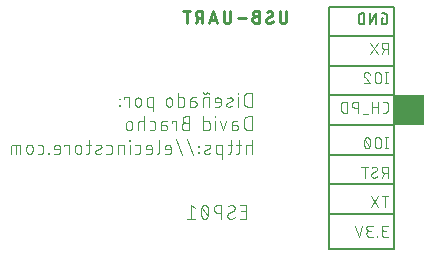
<source format=gbr>
G04 EAGLE Gerber RS-274X export*
G75*
%MOMM*%
%FSLAX34Y34*%
%LPD*%
%INSilkscreen Bottom*%
%IPPOS*%
%AMOC8*
5,1,8,0,0,1.08239X$1,22.5*%
G01*
%ADD10C,0.254000*%
%ADD11C,0.152400*%
%ADD12C,0.076200*%
%ADD13C,0.101600*%
%ADD14R,2.500000X2.500000*%


D10*
X238730Y221430D02*
X238730Y214092D01*
X238728Y213986D01*
X238722Y213881D01*
X238712Y213776D01*
X238698Y213671D01*
X238681Y213567D01*
X238659Y213464D01*
X238634Y213362D01*
X238605Y213260D01*
X238572Y213160D01*
X238535Y213061D01*
X238495Y212964D01*
X238451Y212868D01*
X238403Y212773D01*
X238352Y212681D01*
X238297Y212591D01*
X238240Y212502D01*
X238179Y212416D01*
X238114Y212333D01*
X238047Y212251D01*
X237977Y212173D01*
X237903Y212097D01*
X237827Y212023D01*
X237749Y211953D01*
X237667Y211886D01*
X237584Y211821D01*
X237498Y211760D01*
X237409Y211703D01*
X237319Y211648D01*
X237227Y211597D01*
X237132Y211549D01*
X237036Y211505D01*
X236939Y211465D01*
X236840Y211428D01*
X236740Y211395D01*
X236638Y211366D01*
X236536Y211341D01*
X236433Y211319D01*
X236329Y211302D01*
X236224Y211288D01*
X236119Y211278D01*
X236014Y211272D01*
X235908Y211270D01*
X235802Y211272D01*
X235697Y211278D01*
X235592Y211288D01*
X235487Y211302D01*
X235383Y211319D01*
X235280Y211341D01*
X235178Y211366D01*
X235076Y211395D01*
X234976Y211428D01*
X234877Y211465D01*
X234780Y211505D01*
X234684Y211549D01*
X234589Y211597D01*
X234497Y211648D01*
X234407Y211703D01*
X234318Y211760D01*
X234232Y211821D01*
X234149Y211886D01*
X234067Y211953D01*
X233989Y212023D01*
X233913Y212097D01*
X233839Y212173D01*
X233769Y212251D01*
X233702Y212333D01*
X233637Y212416D01*
X233576Y212502D01*
X233519Y212591D01*
X233464Y212681D01*
X233413Y212773D01*
X233365Y212868D01*
X233321Y212964D01*
X233281Y213061D01*
X233244Y213160D01*
X233211Y213260D01*
X233182Y213362D01*
X233157Y213464D01*
X233135Y213567D01*
X233118Y213671D01*
X233104Y213776D01*
X233094Y213881D01*
X233088Y213986D01*
X233086Y214092D01*
X233086Y221430D01*
X223913Y211270D02*
X223820Y211272D01*
X223727Y211278D01*
X223634Y211287D01*
X223541Y211301D01*
X223450Y211318D01*
X223359Y211339D01*
X223269Y211364D01*
X223180Y211392D01*
X223092Y211424D01*
X223006Y211460D01*
X222921Y211499D01*
X222838Y211542D01*
X222757Y211588D01*
X222678Y211638D01*
X222601Y211690D01*
X222526Y211746D01*
X222454Y211805D01*
X222384Y211867D01*
X222316Y211931D01*
X222252Y211999D01*
X222190Y212069D01*
X222131Y212141D01*
X222075Y212216D01*
X222023Y212293D01*
X221973Y212372D01*
X221927Y212453D01*
X221884Y212536D01*
X221845Y212621D01*
X221809Y212707D01*
X221777Y212795D01*
X221749Y212884D01*
X221724Y212974D01*
X221703Y213065D01*
X221686Y213156D01*
X221672Y213249D01*
X221663Y213342D01*
X221657Y213435D01*
X221655Y213528D01*
X223913Y211270D02*
X224048Y211272D01*
X224182Y211278D01*
X224316Y211287D01*
X224450Y211300D01*
X224583Y211317D01*
X224716Y211338D01*
X224849Y211363D01*
X224980Y211391D01*
X225111Y211423D01*
X225240Y211458D01*
X225369Y211498D01*
X225497Y211541D01*
X225623Y211587D01*
X225748Y211637D01*
X225871Y211690D01*
X225993Y211747D01*
X226113Y211808D01*
X226232Y211871D01*
X226348Y211938D01*
X226463Y212009D01*
X226575Y212082D01*
X226686Y212159D01*
X226794Y212239D01*
X226900Y212321D01*
X227004Y212407D01*
X227105Y212496D01*
X227204Y212587D01*
X227300Y212681D01*
X227018Y219172D02*
X227016Y219265D01*
X227010Y219358D01*
X227001Y219451D01*
X226987Y219544D01*
X226970Y219635D01*
X226949Y219726D01*
X226924Y219816D01*
X226896Y219905D01*
X226864Y219993D01*
X226828Y220079D01*
X226789Y220164D01*
X226746Y220247D01*
X226700Y220328D01*
X226650Y220407D01*
X226598Y220484D01*
X226542Y220559D01*
X226483Y220631D01*
X226421Y220701D01*
X226357Y220769D01*
X226289Y220833D01*
X226219Y220895D01*
X226147Y220954D01*
X226072Y221010D01*
X225995Y221062D01*
X225916Y221112D01*
X225835Y221158D01*
X225752Y221201D01*
X225667Y221240D01*
X225581Y221276D01*
X225493Y221308D01*
X225404Y221336D01*
X225314Y221361D01*
X225223Y221382D01*
X225132Y221399D01*
X225039Y221413D01*
X224946Y221422D01*
X224853Y221428D01*
X224760Y221430D01*
X224630Y221428D01*
X224501Y221422D01*
X224371Y221412D01*
X224242Y221398D01*
X224114Y221380D01*
X223986Y221359D01*
X223859Y221333D01*
X223733Y221303D01*
X223607Y221270D01*
X223483Y221233D01*
X223360Y221192D01*
X223238Y221147D01*
X223118Y221099D01*
X222999Y221046D01*
X222882Y220991D01*
X222767Y220931D01*
X222653Y220868D01*
X222542Y220802D01*
X222432Y220733D01*
X222325Y220660D01*
X222220Y220583D01*
X225889Y217197D02*
X225970Y217247D01*
X226049Y217300D01*
X226126Y217356D01*
X226200Y217416D01*
X226271Y217479D01*
X226340Y217545D01*
X226407Y217613D01*
X226470Y217684D01*
X226530Y217758D01*
X226587Y217834D01*
X226641Y217913D01*
X226692Y217993D01*
X226739Y218076D01*
X226783Y218161D01*
X226823Y218247D01*
X226860Y218335D01*
X226893Y218424D01*
X226922Y218515D01*
X226947Y218607D01*
X226969Y218699D01*
X226986Y218793D01*
X227000Y218887D01*
X227010Y218982D01*
X227016Y219077D01*
X227018Y219172D01*
X222785Y215504D02*
X222704Y215453D01*
X222625Y215400D01*
X222548Y215344D01*
X222474Y215284D01*
X222403Y215221D01*
X222334Y215155D01*
X222267Y215087D01*
X222204Y215016D01*
X222144Y214942D01*
X222087Y214866D01*
X222033Y214787D01*
X221982Y214707D01*
X221935Y214624D01*
X221891Y214540D01*
X221851Y214453D01*
X221814Y214365D01*
X221781Y214276D01*
X221752Y214185D01*
X221727Y214094D01*
X221705Y214001D01*
X221688Y213907D01*
X221674Y213813D01*
X221664Y213718D01*
X221658Y213623D01*
X221656Y213528D01*
X222784Y215503D02*
X225889Y217197D01*
X215574Y216914D02*
X212751Y216914D01*
X212645Y216912D01*
X212540Y216906D01*
X212435Y216896D01*
X212330Y216882D01*
X212226Y216865D01*
X212123Y216843D01*
X212021Y216818D01*
X211919Y216789D01*
X211819Y216756D01*
X211720Y216719D01*
X211623Y216679D01*
X211527Y216635D01*
X211432Y216587D01*
X211340Y216536D01*
X211250Y216481D01*
X211161Y216424D01*
X211075Y216363D01*
X210992Y216298D01*
X210910Y216231D01*
X210832Y216161D01*
X210756Y216087D01*
X210682Y216011D01*
X210612Y215933D01*
X210545Y215851D01*
X210480Y215768D01*
X210419Y215682D01*
X210362Y215593D01*
X210307Y215503D01*
X210256Y215411D01*
X210208Y215316D01*
X210164Y215220D01*
X210124Y215123D01*
X210087Y215024D01*
X210054Y214924D01*
X210025Y214822D01*
X210000Y214720D01*
X209978Y214617D01*
X209961Y214513D01*
X209947Y214408D01*
X209937Y214303D01*
X209931Y214198D01*
X209929Y214092D01*
X209931Y213986D01*
X209937Y213881D01*
X209947Y213776D01*
X209961Y213671D01*
X209978Y213567D01*
X210000Y213464D01*
X210025Y213362D01*
X210054Y213260D01*
X210087Y213160D01*
X210124Y213061D01*
X210164Y212964D01*
X210208Y212868D01*
X210256Y212773D01*
X210307Y212681D01*
X210362Y212591D01*
X210419Y212502D01*
X210480Y212416D01*
X210545Y212333D01*
X210612Y212251D01*
X210682Y212173D01*
X210756Y212097D01*
X210832Y212023D01*
X210910Y211953D01*
X210992Y211886D01*
X211075Y211821D01*
X211161Y211760D01*
X211250Y211703D01*
X211340Y211648D01*
X211432Y211597D01*
X211527Y211549D01*
X211623Y211505D01*
X211720Y211465D01*
X211819Y211428D01*
X211919Y211395D01*
X212021Y211366D01*
X212123Y211341D01*
X212226Y211319D01*
X212330Y211302D01*
X212435Y211288D01*
X212540Y211278D01*
X212645Y211272D01*
X212751Y211270D01*
X215574Y211270D01*
X215574Y221430D01*
X212751Y221430D01*
X212658Y221428D01*
X212565Y221422D01*
X212472Y221413D01*
X212379Y221399D01*
X212288Y221382D01*
X212197Y221361D01*
X212107Y221336D01*
X212018Y221308D01*
X211930Y221276D01*
X211844Y221240D01*
X211759Y221201D01*
X211676Y221158D01*
X211595Y221112D01*
X211516Y221062D01*
X211439Y221010D01*
X211364Y220954D01*
X211292Y220895D01*
X211222Y220833D01*
X211154Y220769D01*
X211090Y220701D01*
X211028Y220631D01*
X210969Y220559D01*
X210913Y220484D01*
X210861Y220407D01*
X210811Y220328D01*
X210765Y220247D01*
X210722Y220164D01*
X210683Y220079D01*
X210647Y219993D01*
X210615Y219905D01*
X210587Y219816D01*
X210562Y219726D01*
X210541Y219635D01*
X210524Y219544D01*
X210510Y219451D01*
X210501Y219358D01*
X210495Y219265D01*
X210493Y219172D01*
X210495Y219079D01*
X210501Y218986D01*
X210510Y218893D01*
X210524Y218800D01*
X210541Y218709D01*
X210562Y218618D01*
X210587Y218528D01*
X210615Y218439D01*
X210647Y218351D01*
X210683Y218265D01*
X210722Y218180D01*
X210765Y218097D01*
X210811Y218016D01*
X210861Y217937D01*
X210913Y217860D01*
X210969Y217785D01*
X211028Y217713D01*
X211090Y217643D01*
X211154Y217575D01*
X211222Y217511D01*
X211292Y217449D01*
X211364Y217390D01*
X211439Y217334D01*
X211516Y217282D01*
X211595Y217232D01*
X211676Y217186D01*
X211759Y217143D01*
X211844Y217104D01*
X211930Y217068D01*
X212018Y217036D01*
X212107Y217008D01*
X212197Y216983D01*
X212288Y216962D01*
X212379Y216945D01*
X212472Y216931D01*
X212565Y216922D01*
X212658Y216916D01*
X212751Y216914D01*
X204623Y215221D02*
X197850Y215221D01*
X191486Y214092D02*
X191486Y221430D01*
X191486Y214092D02*
X191484Y213986D01*
X191478Y213881D01*
X191468Y213776D01*
X191454Y213671D01*
X191437Y213567D01*
X191415Y213464D01*
X191390Y213362D01*
X191361Y213260D01*
X191328Y213160D01*
X191291Y213061D01*
X191251Y212964D01*
X191207Y212868D01*
X191159Y212773D01*
X191108Y212681D01*
X191053Y212591D01*
X190996Y212502D01*
X190935Y212416D01*
X190870Y212333D01*
X190803Y212251D01*
X190733Y212173D01*
X190659Y212097D01*
X190583Y212023D01*
X190505Y211953D01*
X190423Y211886D01*
X190340Y211821D01*
X190254Y211760D01*
X190165Y211703D01*
X190075Y211648D01*
X189983Y211597D01*
X189888Y211549D01*
X189792Y211505D01*
X189695Y211465D01*
X189596Y211428D01*
X189496Y211395D01*
X189394Y211366D01*
X189292Y211341D01*
X189189Y211319D01*
X189085Y211302D01*
X188980Y211288D01*
X188875Y211278D01*
X188770Y211272D01*
X188664Y211270D01*
X188558Y211272D01*
X188453Y211278D01*
X188348Y211288D01*
X188243Y211302D01*
X188139Y211319D01*
X188036Y211341D01*
X187934Y211366D01*
X187832Y211395D01*
X187732Y211428D01*
X187633Y211465D01*
X187536Y211505D01*
X187440Y211549D01*
X187345Y211597D01*
X187253Y211648D01*
X187163Y211703D01*
X187074Y211760D01*
X186988Y211821D01*
X186905Y211886D01*
X186823Y211953D01*
X186745Y212023D01*
X186669Y212097D01*
X186595Y212173D01*
X186525Y212251D01*
X186458Y212333D01*
X186393Y212416D01*
X186332Y212502D01*
X186275Y212591D01*
X186220Y212681D01*
X186169Y212773D01*
X186121Y212868D01*
X186077Y212964D01*
X186037Y213061D01*
X186000Y213160D01*
X185967Y213260D01*
X185938Y213362D01*
X185913Y213464D01*
X185891Y213567D01*
X185874Y213671D01*
X185860Y213776D01*
X185850Y213881D01*
X185844Y213986D01*
X185842Y214092D01*
X185842Y221430D01*
X176853Y221430D02*
X180239Y211270D01*
X173466Y211270D02*
X176853Y221430D01*
X174313Y213810D02*
X179393Y213810D01*
X167735Y211270D02*
X167735Y221430D01*
X164913Y221430D01*
X164807Y221428D01*
X164702Y221422D01*
X164597Y221412D01*
X164492Y221398D01*
X164388Y221381D01*
X164285Y221359D01*
X164183Y221334D01*
X164081Y221305D01*
X163981Y221272D01*
X163882Y221235D01*
X163785Y221195D01*
X163689Y221151D01*
X163594Y221103D01*
X163502Y221052D01*
X163412Y220997D01*
X163323Y220940D01*
X163237Y220879D01*
X163154Y220814D01*
X163072Y220747D01*
X162994Y220677D01*
X162918Y220603D01*
X162844Y220527D01*
X162774Y220449D01*
X162707Y220367D01*
X162642Y220284D01*
X162581Y220198D01*
X162524Y220109D01*
X162469Y220019D01*
X162418Y219927D01*
X162370Y219832D01*
X162326Y219736D01*
X162286Y219639D01*
X162249Y219540D01*
X162216Y219440D01*
X162187Y219338D01*
X162162Y219236D01*
X162140Y219133D01*
X162123Y219029D01*
X162109Y218924D01*
X162099Y218819D01*
X162093Y218714D01*
X162091Y218608D01*
X162093Y218502D01*
X162099Y218397D01*
X162109Y218292D01*
X162123Y218187D01*
X162140Y218083D01*
X162162Y217980D01*
X162187Y217878D01*
X162216Y217776D01*
X162249Y217676D01*
X162286Y217577D01*
X162326Y217480D01*
X162370Y217384D01*
X162418Y217289D01*
X162469Y217197D01*
X162524Y217107D01*
X162581Y217018D01*
X162642Y216932D01*
X162707Y216849D01*
X162774Y216767D01*
X162844Y216689D01*
X162918Y216613D01*
X162994Y216539D01*
X163072Y216469D01*
X163154Y216402D01*
X163237Y216337D01*
X163323Y216276D01*
X163412Y216219D01*
X163502Y216164D01*
X163594Y216113D01*
X163689Y216065D01*
X163785Y216021D01*
X163882Y215981D01*
X163981Y215944D01*
X164081Y215911D01*
X164183Y215882D01*
X164285Y215857D01*
X164388Y215835D01*
X164492Y215818D01*
X164597Y215804D01*
X164702Y215794D01*
X164807Y215788D01*
X164913Y215786D01*
X167735Y215786D01*
X164349Y215786D02*
X162091Y211270D01*
X154374Y211270D02*
X154374Y221430D01*
X157196Y221430D02*
X151552Y221430D01*
D11*
X319440Y215560D02*
X320880Y215560D01*
X319440Y215560D02*
X319440Y210762D01*
X322319Y210762D01*
X322405Y210764D01*
X322491Y210770D01*
X322577Y210779D01*
X322662Y210793D01*
X322746Y210810D01*
X322830Y210831D01*
X322912Y210856D01*
X322993Y210884D01*
X323073Y210916D01*
X323152Y210952D01*
X323228Y210991D01*
X323303Y211034D01*
X323376Y211079D01*
X323447Y211129D01*
X323515Y211181D01*
X323582Y211236D01*
X323645Y211294D01*
X323706Y211355D01*
X323764Y211418D01*
X323819Y211485D01*
X323872Y211553D01*
X323921Y211624D01*
X323966Y211697D01*
X324009Y211772D01*
X324048Y211848D01*
X324084Y211927D01*
X324116Y212007D01*
X324144Y212088D01*
X324169Y212171D01*
X324190Y212254D01*
X324207Y212338D01*
X324221Y212423D01*
X324230Y212509D01*
X324236Y212595D01*
X324238Y212681D01*
X324238Y217479D01*
X324236Y217565D01*
X324230Y217651D01*
X324221Y217737D01*
X324207Y217822D01*
X324190Y217906D01*
X324169Y217990D01*
X324144Y218072D01*
X324116Y218153D01*
X324084Y218233D01*
X324048Y218312D01*
X324009Y218388D01*
X323966Y218463D01*
X323921Y218536D01*
X323872Y218607D01*
X323819Y218675D01*
X323764Y218742D01*
X323706Y218805D01*
X323645Y218866D01*
X323582Y218924D01*
X323516Y218979D01*
X323447Y219031D01*
X323376Y219081D01*
X323303Y219126D01*
X323228Y219169D01*
X323152Y219208D01*
X323073Y219244D01*
X322993Y219276D01*
X322912Y219304D01*
X322830Y219329D01*
X322746Y219350D01*
X322662Y219367D01*
X322577Y219381D01*
X322491Y219390D01*
X322405Y219396D01*
X322319Y219398D01*
X319440Y219398D01*
X314484Y219398D02*
X314484Y210762D01*
X309687Y210762D02*
X314484Y219398D01*
X309687Y219398D02*
X309687Y210762D01*
X304731Y210762D02*
X304731Y219398D01*
X302332Y219398D01*
X302235Y219396D01*
X302139Y219390D01*
X302043Y219381D01*
X301947Y219367D01*
X301852Y219350D01*
X301758Y219328D01*
X301665Y219303D01*
X301572Y219275D01*
X301481Y219242D01*
X301392Y219206D01*
X301304Y219166D01*
X301217Y219123D01*
X301133Y219077D01*
X301050Y219027D01*
X300969Y218973D01*
X300891Y218917D01*
X300815Y218857D01*
X300741Y218795D01*
X300670Y218729D01*
X300602Y218661D01*
X300536Y218590D01*
X300474Y218516D01*
X300414Y218440D01*
X300358Y218362D01*
X300304Y218281D01*
X300254Y218199D01*
X300208Y218114D01*
X300165Y218027D01*
X300125Y217939D01*
X300089Y217850D01*
X300056Y217759D01*
X300028Y217666D01*
X300003Y217573D01*
X299981Y217479D01*
X299964Y217384D01*
X299950Y217288D01*
X299941Y217192D01*
X299935Y217096D01*
X299933Y216999D01*
X299933Y213161D01*
X299935Y213064D01*
X299941Y212968D01*
X299950Y212872D01*
X299964Y212776D01*
X299981Y212681D01*
X300003Y212587D01*
X300028Y212494D01*
X300056Y212401D01*
X300089Y212310D01*
X300125Y212221D01*
X300165Y212133D01*
X300208Y212046D01*
X300254Y211962D01*
X300304Y211879D01*
X300358Y211798D01*
X300414Y211720D01*
X300474Y211644D01*
X300536Y211570D01*
X300602Y211499D01*
X300670Y211431D01*
X300741Y211365D01*
X300815Y211303D01*
X300891Y211243D01*
X300969Y211187D01*
X301050Y211133D01*
X301133Y211083D01*
X301217Y211037D01*
X301304Y210994D01*
X301392Y210954D01*
X301481Y210918D01*
X301572Y210885D01*
X301665Y210857D01*
X301758Y210832D01*
X301852Y210810D01*
X301947Y210793D01*
X302043Y210779D01*
X302139Y210770D01*
X302235Y210764D01*
X302332Y210762D01*
X304731Y210762D01*
D12*
X323575Y169779D02*
X323575Y160381D01*
X324619Y160381D02*
X322531Y160381D01*
X322531Y169779D02*
X324619Y169779D01*
X318870Y167168D02*
X318870Y162992D01*
X318871Y167168D02*
X318869Y167269D01*
X318863Y167370D01*
X318853Y167471D01*
X318840Y167571D01*
X318822Y167671D01*
X318801Y167770D01*
X318775Y167868D01*
X318746Y167965D01*
X318714Y168061D01*
X318677Y168155D01*
X318637Y168248D01*
X318593Y168340D01*
X318546Y168429D01*
X318495Y168517D01*
X318441Y168603D01*
X318384Y168686D01*
X318324Y168768D01*
X318260Y168846D01*
X318194Y168923D01*
X318124Y168996D01*
X318052Y169067D01*
X317977Y169135D01*
X317899Y169200D01*
X317819Y169262D01*
X317737Y169321D01*
X317652Y169377D01*
X317566Y169429D01*
X317477Y169478D01*
X317386Y169524D01*
X317294Y169565D01*
X317200Y169604D01*
X317105Y169638D01*
X317009Y169669D01*
X316911Y169696D01*
X316813Y169720D01*
X316713Y169739D01*
X316613Y169755D01*
X316513Y169767D01*
X316412Y169775D01*
X316311Y169779D01*
X316209Y169779D01*
X316108Y169775D01*
X316007Y169767D01*
X315907Y169755D01*
X315807Y169739D01*
X315707Y169720D01*
X315609Y169696D01*
X315511Y169669D01*
X315415Y169638D01*
X315320Y169604D01*
X315226Y169565D01*
X315134Y169524D01*
X315043Y169478D01*
X314955Y169429D01*
X314868Y169377D01*
X314783Y169321D01*
X314701Y169262D01*
X314621Y169200D01*
X314543Y169135D01*
X314468Y169067D01*
X314396Y168996D01*
X314326Y168923D01*
X314260Y168846D01*
X314196Y168768D01*
X314136Y168686D01*
X314079Y168603D01*
X314025Y168517D01*
X313974Y168429D01*
X313927Y168340D01*
X313883Y168248D01*
X313843Y168155D01*
X313806Y168061D01*
X313774Y167965D01*
X313745Y167868D01*
X313719Y167770D01*
X313698Y167671D01*
X313680Y167571D01*
X313667Y167471D01*
X313657Y167370D01*
X313651Y167269D01*
X313649Y167168D01*
X313649Y162992D01*
X313651Y162891D01*
X313657Y162790D01*
X313667Y162689D01*
X313680Y162589D01*
X313698Y162489D01*
X313719Y162390D01*
X313745Y162292D01*
X313774Y162195D01*
X313806Y162099D01*
X313843Y162005D01*
X313883Y161912D01*
X313927Y161820D01*
X313974Y161731D01*
X314025Y161643D01*
X314079Y161557D01*
X314136Y161474D01*
X314196Y161392D01*
X314260Y161314D01*
X314326Y161237D01*
X314396Y161164D01*
X314468Y161093D01*
X314543Y161025D01*
X314621Y160960D01*
X314701Y160898D01*
X314783Y160839D01*
X314868Y160783D01*
X314955Y160731D01*
X315043Y160682D01*
X315134Y160636D01*
X315226Y160595D01*
X315320Y160556D01*
X315415Y160522D01*
X315511Y160491D01*
X315609Y160464D01*
X315707Y160440D01*
X315807Y160421D01*
X315907Y160405D01*
X316007Y160393D01*
X316108Y160385D01*
X316209Y160381D01*
X316311Y160381D01*
X316412Y160385D01*
X316513Y160393D01*
X316613Y160405D01*
X316713Y160421D01*
X316813Y160440D01*
X316911Y160464D01*
X317009Y160491D01*
X317105Y160522D01*
X317200Y160556D01*
X317294Y160595D01*
X317386Y160636D01*
X317477Y160682D01*
X317565Y160731D01*
X317652Y160783D01*
X317737Y160839D01*
X317819Y160898D01*
X317899Y160960D01*
X317977Y161025D01*
X318052Y161093D01*
X318124Y161164D01*
X318194Y161237D01*
X318260Y161314D01*
X318324Y161392D01*
X318384Y161474D01*
X318441Y161557D01*
X318495Y161643D01*
X318546Y161731D01*
X318593Y161820D01*
X318637Y161912D01*
X318677Y162005D01*
X318714Y162099D01*
X318746Y162195D01*
X318775Y162292D01*
X318801Y162390D01*
X318822Y162489D01*
X318840Y162589D01*
X318853Y162689D01*
X318863Y162790D01*
X318869Y162891D01*
X318871Y162992D01*
X306855Y169780D02*
X306760Y169778D01*
X306666Y169772D01*
X306572Y169763D01*
X306478Y169750D01*
X306385Y169733D01*
X306293Y169712D01*
X306201Y169687D01*
X306111Y169659D01*
X306022Y169627D01*
X305934Y169592D01*
X305848Y169553D01*
X305763Y169511D01*
X305680Y169465D01*
X305599Y169416D01*
X305520Y169364D01*
X305443Y169309D01*
X305369Y169250D01*
X305297Y169189D01*
X305227Y169125D01*
X305160Y169058D01*
X305096Y168988D01*
X305035Y168916D01*
X304976Y168842D01*
X304921Y168765D01*
X304869Y168686D01*
X304820Y168605D01*
X304774Y168522D01*
X304732Y168437D01*
X304693Y168351D01*
X304658Y168263D01*
X304626Y168174D01*
X304598Y168084D01*
X304573Y167992D01*
X304552Y167900D01*
X304535Y167807D01*
X304522Y167713D01*
X304513Y167619D01*
X304507Y167525D01*
X304505Y167430D01*
X306855Y169779D02*
X306963Y169777D01*
X307072Y169771D01*
X307180Y169761D01*
X307287Y169748D01*
X307394Y169730D01*
X307501Y169709D01*
X307606Y169684D01*
X307711Y169655D01*
X307814Y169623D01*
X307916Y169586D01*
X308017Y169546D01*
X308116Y169503D01*
X308214Y169456D01*
X308310Y169405D01*
X308404Y169351D01*
X308496Y169294D01*
X308586Y169233D01*
X308674Y169169D01*
X308759Y169103D01*
X308842Y169033D01*
X308922Y168960D01*
X309000Y168884D01*
X309075Y168806D01*
X309147Y168725D01*
X309216Y168641D01*
X309282Y168555D01*
X309345Y168467D01*
X309404Y168376D01*
X309461Y168284D01*
X309514Y168189D01*
X309563Y168092D01*
X309609Y167994D01*
X309652Y167895D01*
X309691Y167793D01*
X309726Y167691D01*
X305288Y165602D02*
X305219Y165671D01*
X305153Y165742D01*
X305089Y165815D01*
X305028Y165891D01*
X304970Y165970D01*
X304916Y166050D01*
X304864Y166133D01*
X304816Y166217D01*
X304770Y166303D01*
X304729Y166391D01*
X304690Y166481D01*
X304655Y166572D01*
X304624Y166664D01*
X304596Y166757D01*
X304572Y166851D01*
X304552Y166946D01*
X304535Y167042D01*
X304522Y167139D01*
X304513Y167236D01*
X304507Y167333D01*
X304505Y167430D01*
X305288Y165602D02*
X309726Y160381D01*
X304505Y160381D01*
X323575Y114779D02*
X323575Y105381D01*
X324619Y105381D02*
X322531Y105381D01*
X322531Y114779D02*
X324619Y114779D01*
X318870Y112168D02*
X318870Y107992D01*
X318871Y112168D02*
X318869Y112269D01*
X318863Y112370D01*
X318853Y112471D01*
X318840Y112571D01*
X318822Y112671D01*
X318801Y112770D01*
X318775Y112868D01*
X318746Y112965D01*
X318714Y113061D01*
X318677Y113155D01*
X318637Y113248D01*
X318593Y113340D01*
X318546Y113429D01*
X318495Y113517D01*
X318441Y113603D01*
X318384Y113686D01*
X318324Y113768D01*
X318260Y113846D01*
X318194Y113923D01*
X318124Y113996D01*
X318052Y114067D01*
X317977Y114135D01*
X317899Y114200D01*
X317819Y114262D01*
X317737Y114321D01*
X317652Y114377D01*
X317566Y114429D01*
X317477Y114478D01*
X317386Y114524D01*
X317294Y114565D01*
X317200Y114604D01*
X317105Y114638D01*
X317009Y114669D01*
X316911Y114696D01*
X316813Y114720D01*
X316713Y114739D01*
X316613Y114755D01*
X316513Y114767D01*
X316412Y114775D01*
X316311Y114779D01*
X316209Y114779D01*
X316108Y114775D01*
X316007Y114767D01*
X315907Y114755D01*
X315807Y114739D01*
X315707Y114720D01*
X315609Y114696D01*
X315511Y114669D01*
X315415Y114638D01*
X315320Y114604D01*
X315226Y114565D01*
X315134Y114524D01*
X315043Y114478D01*
X314955Y114429D01*
X314868Y114377D01*
X314783Y114321D01*
X314701Y114262D01*
X314621Y114200D01*
X314543Y114135D01*
X314468Y114067D01*
X314396Y113996D01*
X314326Y113923D01*
X314260Y113846D01*
X314196Y113768D01*
X314136Y113686D01*
X314079Y113603D01*
X314025Y113517D01*
X313974Y113429D01*
X313927Y113340D01*
X313883Y113248D01*
X313843Y113155D01*
X313806Y113061D01*
X313774Y112965D01*
X313745Y112868D01*
X313719Y112770D01*
X313698Y112671D01*
X313680Y112571D01*
X313667Y112471D01*
X313657Y112370D01*
X313651Y112269D01*
X313649Y112168D01*
X313649Y107992D01*
X313651Y107891D01*
X313657Y107790D01*
X313667Y107689D01*
X313680Y107589D01*
X313698Y107489D01*
X313719Y107390D01*
X313745Y107292D01*
X313774Y107195D01*
X313806Y107099D01*
X313843Y107005D01*
X313883Y106912D01*
X313927Y106820D01*
X313974Y106731D01*
X314025Y106643D01*
X314079Y106557D01*
X314136Y106474D01*
X314196Y106392D01*
X314260Y106314D01*
X314326Y106237D01*
X314396Y106164D01*
X314468Y106093D01*
X314543Y106025D01*
X314621Y105960D01*
X314701Y105898D01*
X314783Y105839D01*
X314868Y105783D01*
X314955Y105731D01*
X315043Y105682D01*
X315134Y105636D01*
X315226Y105595D01*
X315320Y105556D01*
X315415Y105522D01*
X315511Y105491D01*
X315609Y105464D01*
X315707Y105440D01*
X315807Y105421D01*
X315907Y105405D01*
X316007Y105393D01*
X316108Y105385D01*
X316209Y105381D01*
X316311Y105381D01*
X316412Y105385D01*
X316513Y105393D01*
X316613Y105405D01*
X316713Y105421D01*
X316813Y105440D01*
X316911Y105464D01*
X317009Y105491D01*
X317105Y105522D01*
X317200Y105556D01*
X317294Y105595D01*
X317386Y105636D01*
X317477Y105682D01*
X317565Y105731D01*
X317652Y105783D01*
X317737Y105839D01*
X317819Y105898D01*
X317899Y105960D01*
X317977Y106025D01*
X318052Y106093D01*
X318124Y106164D01*
X318194Y106237D01*
X318260Y106314D01*
X318324Y106392D01*
X318384Y106474D01*
X318441Y106557D01*
X318495Y106643D01*
X318546Y106731D01*
X318593Y106820D01*
X318637Y106912D01*
X318677Y107005D01*
X318714Y107099D01*
X318746Y107195D01*
X318775Y107292D01*
X318801Y107390D01*
X318822Y107489D01*
X318840Y107589D01*
X318853Y107689D01*
X318863Y107790D01*
X318869Y107891D01*
X318871Y107992D01*
X309727Y110080D02*
X309725Y110265D01*
X309718Y110450D01*
X309707Y110634D01*
X309692Y110818D01*
X309672Y111002D01*
X309648Y111186D01*
X309619Y111368D01*
X309586Y111550D01*
X309549Y111731D01*
X309507Y111911D01*
X309461Y112091D01*
X309411Y112269D01*
X309357Y112445D01*
X309298Y112621D01*
X309236Y112795D01*
X309169Y112967D01*
X309098Y113138D01*
X309023Y113307D01*
X308944Y113474D01*
X308914Y113554D01*
X308881Y113633D01*
X308844Y113710D01*
X308804Y113786D01*
X308761Y113860D01*
X308715Y113932D01*
X308665Y114001D01*
X308613Y114069D01*
X308557Y114134D01*
X308499Y114197D01*
X308437Y114256D01*
X308374Y114314D01*
X308307Y114368D01*
X308239Y114419D01*
X308168Y114467D01*
X308095Y114512D01*
X308021Y114554D01*
X307944Y114592D01*
X307866Y114627D01*
X307787Y114659D01*
X307706Y114687D01*
X307624Y114711D01*
X307540Y114732D01*
X307457Y114749D01*
X307372Y114762D01*
X307287Y114771D01*
X307202Y114777D01*
X307116Y114779D01*
X307030Y114777D01*
X306945Y114771D01*
X306860Y114762D01*
X306775Y114749D01*
X306692Y114732D01*
X306608Y114711D01*
X306526Y114687D01*
X306446Y114659D01*
X306366Y114627D01*
X306288Y114592D01*
X306211Y114554D01*
X306137Y114512D01*
X306064Y114467D01*
X305993Y114419D01*
X305925Y114368D01*
X305858Y114314D01*
X305795Y114256D01*
X305734Y114197D01*
X305675Y114134D01*
X305620Y114069D01*
X305567Y114001D01*
X305517Y113932D01*
X305471Y113860D01*
X305428Y113786D01*
X305388Y113710D01*
X305351Y113633D01*
X305318Y113554D01*
X305288Y113474D01*
X305209Y113307D01*
X305134Y113138D01*
X305063Y112967D01*
X304996Y112795D01*
X304934Y112621D01*
X304875Y112445D01*
X304821Y112269D01*
X304771Y112091D01*
X304725Y111911D01*
X304683Y111731D01*
X304646Y111550D01*
X304613Y111368D01*
X304584Y111186D01*
X304560Y111002D01*
X304540Y110818D01*
X304525Y110634D01*
X304514Y110450D01*
X304507Y110265D01*
X304505Y110080D01*
X309726Y110080D02*
X309724Y109895D01*
X309717Y109710D01*
X309706Y109526D01*
X309691Y109342D01*
X309671Y109158D01*
X309647Y108974D01*
X309618Y108792D01*
X309585Y108610D01*
X309548Y108429D01*
X309506Y108249D01*
X309460Y108069D01*
X309410Y107891D01*
X309356Y107715D01*
X309297Y107539D01*
X309235Y107365D01*
X309168Y107193D01*
X309097Y107022D01*
X309022Y106853D01*
X308943Y106686D01*
X308944Y106686D02*
X308914Y106606D01*
X308881Y106527D01*
X308844Y106450D01*
X308804Y106374D01*
X308761Y106300D01*
X308715Y106228D01*
X308665Y106159D01*
X308612Y106091D01*
X308557Y106026D01*
X308498Y105963D01*
X308437Y105904D01*
X308374Y105846D01*
X308307Y105792D01*
X308239Y105741D01*
X308168Y105693D01*
X308095Y105648D01*
X308021Y105606D01*
X307944Y105568D01*
X307866Y105533D01*
X307787Y105501D01*
X307706Y105473D01*
X307624Y105449D01*
X307540Y105428D01*
X307457Y105411D01*
X307372Y105398D01*
X307287Y105389D01*
X307202Y105383D01*
X307116Y105381D01*
X305288Y106686D02*
X305209Y106853D01*
X305134Y107022D01*
X305063Y107193D01*
X304996Y107365D01*
X304934Y107539D01*
X304875Y107715D01*
X304821Y107891D01*
X304771Y108069D01*
X304725Y108249D01*
X304683Y108429D01*
X304646Y108610D01*
X304613Y108792D01*
X304584Y108974D01*
X304560Y109158D01*
X304540Y109342D01*
X304525Y109526D01*
X304514Y109710D01*
X304507Y109895D01*
X304505Y110080D01*
X305288Y106686D02*
X305318Y106606D01*
X305351Y106527D01*
X305388Y106450D01*
X305428Y106374D01*
X305471Y106300D01*
X305517Y106228D01*
X305567Y106159D01*
X305620Y106091D01*
X305675Y106026D01*
X305734Y105963D01*
X305795Y105904D01*
X305858Y105846D01*
X305925Y105792D01*
X305993Y105741D01*
X306064Y105693D01*
X306137Y105648D01*
X306211Y105606D01*
X306288Y105568D01*
X306366Y105533D01*
X306446Y105501D01*
X306526Y105473D01*
X306608Y105449D01*
X306692Y105428D01*
X306775Y105411D01*
X306860Y105398D01*
X306945Y105389D01*
X307030Y105383D01*
X307116Y105381D01*
X309204Y107469D02*
X305027Y112691D01*
X324619Y185381D02*
X324619Y194779D01*
X322008Y194779D01*
X321907Y194777D01*
X321806Y194771D01*
X321705Y194761D01*
X321605Y194748D01*
X321505Y194730D01*
X321406Y194709D01*
X321308Y194683D01*
X321211Y194654D01*
X321115Y194622D01*
X321021Y194585D01*
X320928Y194545D01*
X320836Y194501D01*
X320747Y194454D01*
X320659Y194403D01*
X320573Y194349D01*
X320490Y194292D01*
X320408Y194232D01*
X320330Y194168D01*
X320253Y194102D01*
X320180Y194032D01*
X320109Y193960D01*
X320041Y193885D01*
X319976Y193807D01*
X319914Y193727D01*
X319855Y193645D01*
X319799Y193560D01*
X319747Y193474D01*
X319698Y193385D01*
X319652Y193294D01*
X319611Y193202D01*
X319572Y193108D01*
X319538Y193013D01*
X319507Y192917D01*
X319480Y192819D01*
X319456Y192721D01*
X319437Y192621D01*
X319421Y192521D01*
X319409Y192421D01*
X319401Y192320D01*
X319397Y192219D01*
X319397Y192117D01*
X319401Y192016D01*
X319409Y191915D01*
X319421Y191815D01*
X319437Y191715D01*
X319456Y191615D01*
X319480Y191517D01*
X319507Y191419D01*
X319538Y191323D01*
X319572Y191228D01*
X319611Y191134D01*
X319652Y191042D01*
X319698Y190951D01*
X319747Y190863D01*
X319799Y190776D01*
X319855Y190691D01*
X319914Y190609D01*
X319976Y190529D01*
X320041Y190451D01*
X320109Y190376D01*
X320180Y190304D01*
X320253Y190234D01*
X320330Y190168D01*
X320408Y190104D01*
X320490Y190044D01*
X320573Y189987D01*
X320659Y189933D01*
X320747Y189882D01*
X320836Y189835D01*
X320928Y189791D01*
X321021Y189751D01*
X321115Y189714D01*
X321211Y189682D01*
X321308Y189653D01*
X321406Y189627D01*
X321505Y189606D01*
X321605Y189588D01*
X321705Y189575D01*
X321806Y189565D01*
X321907Y189559D01*
X322008Y189557D01*
X322008Y189558D02*
X324619Y189558D01*
X321486Y189558D02*
X319398Y185381D01*
X316054Y185381D02*
X309789Y194779D01*
X316054Y194779D02*
X309789Y185381D01*
X322008Y64779D02*
X322008Y55381D01*
X324619Y64779D02*
X319398Y64779D01*
X310341Y64779D02*
X316607Y55381D01*
X310341Y55381D02*
X316607Y64779D01*
X320442Y135381D02*
X322531Y135381D01*
X322620Y135383D01*
X322708Y135389D01*
X322796Y135398D01*
X322884Y135411D01*
X322971Y135428D01*
X323057Y135448D01*
X323142Y135473D01*
X323227Y135500D01*
X323310Y135532D01*
X323391Y135566D01*
X323471Y135605D01*
X323549Y135646D01*
X323626Y135691D01*
X323700Y135739D01*
X323773Y135790D01*
X323843Y135844D01*
X323910Y135902D01*
X323976Y135962D01*
X324038Y136024D01*
X324098Y136090D01*
X324156Y136157D01*
X324210Y136227D01*
X324261Y136300D01*
X324309Y136374D01*
X324354Y136451D01*
X324395Y136529D01*
X324434Y136609D01*
X324468Y136690D01*
X324500Y136773D01*
X324527Y136858D01*
X324552Y136943D01*
X324572Y137029D01*
X324589Y137116D01*
X324602Y137204D01*
X324611Y137292D01*
X324617Y137380D01*
X324619Y137469D01*
X324619Y142691D01*
X324617Y142780D01*
X324611Y142868D01*
X324602Y142956D01*
X324589Y143044D01*
X324572Y143131D01*
X324552Y143217D01*
X324527Y143302D01*
X324500Y143387D01*
X324468Y143470D01*
X324434Y143551D01*
X324395Y143631D01*
X324354Y143709D01*
X324309Y143786D01*
X324261Y143860D01*
X324210Y143933D01*
X324156Y144003D01*
X324098Y144070D01*
X324038Y144136D01*
X323976Y144198D01*
X323910Y144258D01*
X323843Y144316D01*
X323773Y144370D01*
X323700Y144421D01*
X323626Y144469D01*
X323549Y144514D01*
X323471Y144555D01*
X323391Y144594D01*
X323310Y144628D01*
X323227Y144660D01*
X323142Y144687D01*
X323057Y144712D01*
X322971Y144732D01*
X322884Y144749D01*
X322796Y144762D01*
X322708Y144771D01*
X322620Y144777D01*
X322531Y144779D01*
X320442Y144779D01*
X316669Y144779D02*
X316669Y135381D01*
X316669Y140602D02*
X311447Y140602D01*
X311447Y144779D02*
X311447Y135381D01*
X307612Y134337D02*
X303435Y134337D01*
X299469Y135381D02*
X299469Y144779D01*
X296858Y144779D01*
X296757Y144777D01*
X296656Y144771D01*
X296555Y144761D01*
X296455Y144748D01*
X296355Y144730D01*
X296256Y144709D01*
X296158Y144683D01*
X296061Y144654D01*
X295965Y144622D01*
X295871Y144585D01*
X295778Y144545D01*
X295686Y144501D01*
X295597Y144454D01*
X295509Y144403D01*
X295423Y144349D01*
X295340Y144292D01*
X295258Y144232D01*
X295180Y144168D01*
X295103Y144102D01*
X295030Y144032D01*
X294959Y143960D01*
X294891Y143885D01*
X294826Y143807D01*
X294764Y143727D01*
X294705Y143645D01*
X294649Y143560D01*
X294597Y143474D01*
X294548Y143385D01*
X294502Y143294D01*
X294461Y143202D01*
X294422Y143108D01*
X294388Y143013D01*
X294357Y142917D01*
X294330Y142819D01*
X294306Y142721D01*
X294287Y142621D01*
X294271Y142521D01*
X294259Y142421D01*
X294251Y142320D01*
X294247Y142219D01*
X294247Y142117D01*
X294251Y142016D01*
X294259Y141915D01*
X294271Y141815D01*
X294287Y141715D01*
X294306Y141615D01*
X294330Y141517D01*
X294357Y141419D01*
X294388Y141323D01*
X294422Y141228D01*
X294461Y141134D01*
X294502Y141042D01*
X294548Y140951D01*
X294597Y140863D01*
X294649Y140776D01*
X294705Y140691D01*
X294764Y140609D01*
X294826Y140529D01*
X294891Y140451D01*
X294959Y140376D01*
X295030Y140304D01*
X295103Y140234D01*
X295180Y140168D01*
X295258Y140104D01*
X295340Y140044D01*
X295423Y139987D01*
X295509Y139933D01*
X295597Y139882D01*
X295686Y139835D01*
X295778Y139791D01*
X295871Y139751D01*
X295965Y139714D01*
X296061Y139682D01*
X296158Y139653D01*
X296256Y139627D01*
X296355Y139606D01*
X296455Y139588D01*
X296555Y139575D01*
X296656Y139565D01*
X296757Y139559D01*
X296858Y139557D01*
X296858Y139558D02*
X299469Y139558D01*
X290456Y135381D02*
X290456Y144779D01*
X287845Y144779D01*
X287745Y144777D01*
X287645Y144771D01*
X287546Y144762D01*
X287446Y144748D01*
X287348Y144731D01*
X287250Y144710D01*
X287153Y144686D01*
X287057Y144657D01*
X286962Y144625D01*
X286869Y144590D01*
X286777Y144551D01*
X286686Y144508D01*
X286598Y144462D01*
X286511Y144412D01*
X286426Y144360D01*
X286343Y144304D01*
X286262Y144245D01*
X286184Y144182D01*
X286108Y144117D01*
X286034Y144049D01*
X285964Y143979D01*
X285896Y143905D01*
X285831Y143829D01*
X285768Y143751D01*
X285709Y143670D01*
X285653Y143587D01*
X285601Y143502D01*
X285551Y143415D01*
X285505Y143327D01*
X285462Y143236D01*
X285423Y143144D01*
X285388Y143051D01*
X285356Y142956D01*
X285327Y142860D01*
X285303Y142763D01*
X285282Y142665D01*
X285265Y142567D01*
X285251Y142467D01*
X285242Y142368D01*
X285236Y142268D01*
X285234Y142168D01*
X285235Y142168D02*
X285235Y137992D01*
X285234Y137992D02*
X285236Y137892D01*
X285242Y137792D01*
X285251Y137693D01*
X285265Y137593D01*
X285282Y137495D01*
X285303Y137397D01*
X285327Y137300D01*
X285356Y137204D01*
X285388Y137109D01*
X285423Y137016D01*
X285462Y136924D01*
X285505Y136833D01*
X285551Y136745D01*
X285601Y136658D01*
X285653Y136573D01*
X285709Y136490D01*
X285768Y136409D01*
X285831Y136331D01*
X285896Y136255D01*
X285964Y136181D01*
X286034Y136111D01*
X286108Y136043D01*
X286184Y135978D01*
X286262Y135915D01*
X286343Y135856D01*
X286426Y135800D01*
X286511Y135748D01*
X286598Y135698D01*
X286686Y135652D01*
X286777Y135609D01*
X286869Y135570D01*
X286962Y135535D01*
X287057Y135503D01*
X287153Y135474D01*
X287250Y135450D01*
X287348Y135429D01*
X287446Y135412D01*
X287546Y135398D01*
X287645Y135389D01*
X287745Y135383D01*
X287845Y135381D01*
X290456Y135381D01*
X324619Y89779D02*
X324619Y80381D01*
X324619Y89779D02*
X322008Y89779D01*
X321907Y89777D01*
X321806Y89771D01*
X321705Y89761D01*
X321605Y89748D01*
X321505Y89730D01*
X321406Y89709D01*
X321308Y89683D01*
X321211Y89654D01*
X321115Y89622D01*
X321021Y89585D01*
X320928Y89545D01*
X320836Y89501D01*
X320747Y89454D01*
X320659Y89403D01*
X320573Y89349D01*
X320490Y89292D01*
X320408Y89232D01*
X320330Y89168D01*
X320253Y89102D01*
X320180Y89032D01*
X320109Y88960D01*
X320041Y88885D01*
X319976Y88807D01*
X319914Y88727D01*
X319855Y88645D01*
X319799Y88560D01*
X319747Y88474D01*
X319698Y88385D01*
X319652Y88294D01*
X319611Y88202D01*
X319572Y88108D01*
X319538Y88013D01*
X319507Y87917D01*
X319480Y87819D01*
X319456Y87721D01*
X319437Y87621D01*
X319421Y87521D01*
X319409Y87421D01*
X319401Y87320D01*
X319397Y87219D01*
X319397Y87117D01*
X319401Y87016D01*
X319409Y86915D01*
X319421Y86815D01*
X319437Y86715D01*
X319456Y86615D01*
X319480Y86517D01*
X319507Y86419D01*
X319538Y86323D01*
X319572Y86228D01*
X319611Y86134D01*
X319652Y86042D01*
X319698Y85951D01*
X319747Y85863D01*
X319799Y85776D01*
X319855Y85691D01*
X319914Y85609D01*
X319976Y85529D01*
X320041Y85451D01*
X320109Y85376D01*
X320180Y85304D01*
X320253Y85234D01*
X320330Y85168D01*
X320408Y85104D01*
X320490Y85044D01*
X320573Y84987D01*
X320659Y84933D01*
X320747Y84882D01*
X320836Y84835D01*
X320928Y84791D01*
X321021Y84751D01*
X321115Y84714D01*
X321211Y84682D01*
X321308Y84653D01*
X321406Y84627D01*
X321505Y84606D01*
X321605Y84588D01*
X321705Y84575D01*
X321806Y84565D01*
X321907Y84559D01*
X322008Y84557D01*
X322008Y84558D02*
X324619Y84558D01*
X321486Y84558D02*
X319398Y80381D01*
X312704Y80381D02*
X312615Y80383D01*
X312527Y80389D01*
X312439Y80398D01*
X312351Y80411D01*
X312264Y80428D01*
X312178Y80448D01*
X312093Y80473D01*
X312008Y80500D01*
X311925Y80532D01*
X311844Y80566D01*
X311764Y80605D01*
X311686Y80646D01*
X311609Y80691D01*
X311535Y80739D01*
X311462Y80790D01*
X311392Y80844D01*
X311325Y80902D01*
X311259Y80962D01*
X311197Y81024D01*
X311137Y81090D01*
X311079Y81157D01*
X311025Y81227D01*
X310974Y81300D01*
X310926Y81374D01*
X310881Y81451D01*
X310840Y81529D01*
X310801Y81609D01*
X310767Y81690D01*
X310735Y81773D01*
X310708Y81858D01*
X310683Y81943D01*
X310663Y82029D01*
X310646Y82116D01*
X310633Y82204D01*
X310624Y82292D01*
X310618Y82380D01*
X310616Y82469D01*
X312704Y80381D02*
X312833Y80383D01*
X312962Y80389D01*
X313091Y80398D01*
X313219Y80411D01*
X313347Y80428D01*
X313474Y80449D01*
X313601Y80473D01*
X313727Y80501D01*
X313852Y80533D01*
X313976Y80568D01*
X314099Y80607D01*
X314221Y80650D01*
X314341Y80696D01*
X314460Y80746D01*
X314578Y80799D01*
X314694Y80855D01*
X314808Y80915D01*
X314921Y80978D01*
X315031Y81045D01*
X315140Y81114D01*
X315246Y81187D01*
X315351Y81263D01*
X315453Y81342D01*
X315553Y81424D01*
X315650Y81508D01*
X315745Y81596D01*
X315837Y81686D01*
X315575Y87691D02*
X315573Y87780D01*
X315567Y87868D01*
X315558Y87956D01*
X315545Y88044D01*
X315528Y88131D01*
X315508Y88217D01*
X315483Y88302D01*
X315456Y88387D01*
X315424Y88470D01*
X315390Y88551D01*
X315351Y88631D01*
X315310Y88709D01*
X315265Y88786D01*
X315217Y88860D01*
X315166Y88933D01*
X315112Y89003D01*
X315054Y89070D01*
X314994Y89136D01*
X314932Y89198D01*
X314866Y89258D01*
X314799Y89316D01*
X314729Y89370D01*
X314656Y89421D01*
X314582Y89469D01*
X314505Y89514D01*
X314427Y89555D01*
X314347Y89594D01*
X314266Y89628D01*
X314183Y89660D01*
X314098Y89687D01*
X314013Y89712D01*
X313927Y89732D01*
X313840Y89749D01*
X313752Y89762D01*
X313664Y89771D01*
X313576Y89777D01*
X313487Y89779D01*
X313367Y89777D01*
X313247Y89772D01*
X313128Y89762D01*
X313008Y89750D01*
X312889Y89733D01*
X312771Y89713D01*
X312653Y89689D01*
X312537Y89662D01*
X312421Y89631D01*
X312306Y89597D01*
X312192Y89559D01*
X312079Y89517D01*
X311968Y89472D01*
X311858Y89424D01*
X311750Y89373D01*
X311643Y89318D01*
X311538Y89260D01*
X311435Y89198D01*
X311334Y89134D01*
X311234Y89066D01*
X311137Y88996D01*
X314532Y85864D02*
X314610Y85912D01*
X314686Y85964D01*
X314759Y86018D01*
X314830Y86076D01*
X314899Y86137D01*
X314965Y86201D01*
X315028Y86268D01*
X315088Y86337D01*
X315145Y86409D01*
X315199Y86483D01*
X315249Y86560D01*
X315297Y86639D01*
X315340Y86719D01*
X315381Y86802D01*
X315417Y86886D01*
X315450Y86971D01*
X315479Y87058D01*
X315505Y87147D01*
X315527Y87236D01*
X315544Y87326D01*
X315558Y87416D01*
X315568Y87508D01*
X315574Y87599D01*
X315576Y87691D01*
X311660Y84296D02*
X311582Y84248D01*
X311506Y84196D01*
X311433Y84142D01*
X311362Y84084D01*
X311293Y84023D01*
X311227Y83959D01*
X311164Y83892D01*
X311104Y83823D01*
X311047Y83751D01*
X310993Y83677D01*
X310943Y83600D01*
X310895Y83521D01*
X310852Y83441D01*
X310811Y83358D01*
X310775Y83274D01*
X310742Y83189D01*
X310713Y83102D01*
X310687Y83013D01*
X310665Y82924D01*
X310648Y82834D01*
X310634Y82744D01*
X310624Y82652D01*
X310618Y82561D01*
X310616Y82469D01*
X311660Y84297D02*
X314532Y85863D01*
X304997Y89779D02*
X304997Y80381D01*
X307607Y89779D02*
X302386Y89779D01*
X322008Y30381D02*
X324619Y30381D01*
X322008Y30381D02*
X321907Y30383D01*
X321806Y30389D01*
X321705Y30399D01*
X321605Y30412D01*
X321505Y30430D01*
X321406Y30451D01*
X321308Y30477D01*
X321211Y30506D01*
X321115Y30538D01*
X321021Y30575D01*
X320928Y30615D01*
X320836Y30659D01*
X320747Y30706D01*
X320659Y30757D01*
X320573Y30811D01*
X320490Y30868D01*
X320408Y30928D01*
X320330Y30992D01*
X320253Y31058D01*
X320180Y31128D01*
X320109Y31200D01*
X320041Y31275D01*
X319976Y31353D01*
X319914Y31433D01*
X319855Y31515D01*
X319799Y31600D01*
X319747Y31687D01*
X319698Y31775D01*
X319652Y31866D01*
X319611Y31958D01*
X319572Y32052D01*
X319538Y32147D01*
X319507Y32243D01*
X319480Y32341D01*
X319456Y32439D01*
X319437Y32539D01*
X319421Y32639D01*
X319409Y32739D01*
X319401Y32840D01*
X319397Y32941D01*
X319397Y33043D01*
X319401Y33144D01*
X319409Y33245D01*
X319421Y33345D01*
X319437Y33445D01*
X319456Y33545D01*
X319480Y33643D01*
X319507Y33741D01*
X319538Y33837D01*
X319572Y33932D01*
X319611Y34026D01*
X319652Y34118D01*
X319698Y34209D01*
X319747Y34298D01*
X319799Y34384D01*
X319855Y34469D01*
X319914Y34551D01*
X319976Y34631D01*
X320041Y34709D01*
X320109Y34784D01*
X320180Y34856D01*
X320253Y34926D01*
X320330Y34992D01*
X320408Y35056D01*
X320490Y35116D01*
X320573Y35173D01*
X320659Y35227D01*
X320747Y35278D01*
X320836Y35325D01*
X320928Y35369D01*
X321021Y35409D01*
X321115Y35446D01*
X321211Y35478D01*
X321308Y35507D01*
X321406Y35533D01*
X321505Y35554D01*
X321605Y35572D01*
X321705Y35585D01*
X321806Y35595D01*
X321907Y35601D01*
X322008Y35603D01*
X321486Y39779D02*
X324619Y39779D01*
X321486Y39779D02*
X321396Y39777D01*
X321307Y39771D01*
X321217Y39762D01*
X321128Y39748D01*
X321040Y39731D01*
X320953Y39710D01*
X320866Y39685D01*
X320781Y39656D01*
X320697Y39624D01*
X320615Y39589D01*
X320534Y39549D01*
X320455Y39507D01*
X320378Y39461D01*
X320303Y39411D01*
X320230Y39359D01*
X320159Y39303D01*
X320091Y39245D01*
X320026Y39183D01*
X319963Y39119D01*
X319903Y39052D01*
X319846Y38983D01*
X319792Y38911D01*
X319741Y38837D01*
X319693Y38761D01*
X319649Y38683D01*
X319608Y38603D01*
X319570Y38521D01*
X319536Y38438D01*
X319506Y38353D01*
X319479Y38267D01*
X319456Y38181D01*
X319437Y38093D01*
X319422Y38004D01*
X319410Y37915D01*
X319402Y37826D01*
X319398Y37736D01*
X319398Y37646D01*
X319402Y37556D01*
X319410Y37467D01*
X319422Y37378D01*
X319437Y37289D01*
X319456Y37201D01*
X319479Y37115D01*
X319506Y37029D01*
X319536Y36944D01*
X319570Y36861D01*
X319608Y36779D01*
X319649Y36699D01*
X319693Y36621D01*
X319741Y36545D01*
X319792Y36471D01*
X319846Y36399D01*
X319903Y36330D01*
X319963Y36263D01*
X320026Y36199D01*
X320091Y36137D01*
X320159Y36079D01*
X320230Y36023D01*
X320303Y35971D01*
X320378Y35921D01*
X320455Y35875D01*
X320534Y35833D01*
X320615Y35793D01*
X320697Y35758D01*
X320781Y35726D01*
X320866Y35697D01*
X320953Y35672D01*
X321040Y35651D01*
X321128Y35634D01*
X321217Y35620D01*
X321307Y35611D01*
X321396Y35605D01*
X321486Y35603D01*
X321486Y35602D02*
X323575Y35602D01*
X315869Y30903D02*
X315869Y30381D01*
X315869Y30903D02*
X315347Y30903D01*
X315347Y30381D01*
X315869Y30381D01*
X311817Y30381D02*
X309207Y30381D01*
X309106Y30383D01*
X309005Y30389D01*
X308904Y30399D01*
X308804Y30412D01*
X308704Y30430D01*
X308605Y30451D01*
X308507Y30477D01*
X308410Y30506D01*
X308314Y30538D01*
X308220Y30575D01*
X308127Y30615D01*
X308035Y30659D01*
X307946Y30706D01*
X307858Y30757D01*
X307772Y30811D01*
X307689Y30868D01*
X307607Y30928D01*
X307529Y30992D01*
X307452Y31058D01*
X307379Y31128D01*
X307308Y31200D01*
X307240Y31275D01*
X307175Y31353D01*
X307113Y31433D01*
X307054Y31515D01*
X306998Y31600D01*
X306946Y31687D01*
X306897Y31775D01*
X306851Y31866D01*
X306810Y31958D01*
X306771Y32052D01*
X306737Y32147D01*
X306706Y32243D01*
X306679Y32341D01*
X306655Y32439D01*
X306636Y32539D01*
X306620Y32639D01*
X306608Y32739D01*
X306600Y32840D01*
X306596Y32941D01*
X306596Y33043D01*
X306600Y33144D01*
X306608Y33245D01*
X306620Y33345D01*
X306636Y33445D01*
X306655Y33545D01*
X306679Y33643D01*
X306706Y33741D01*
X306737Y33837D01*
X306771Y33932D01*
X306810Y34026D01*
X306851Y34118D01*
X306897Y34209D01*
X306946Y34298D01*
X306998Y34384D01*
X307054Y34469D01*
X307113Y34551D01*
X307175Y34631D01*
X307240Y34709D01*
X307308Y34784D01*
X307379Y34856D01*
X307452Y34926D01*
X307529Y34992D01*
X307607Y35056D01*
X307689Y35116D01*
X307772Y35173D01*
X307858Y35227D01*
X307946Y35278D01*
X308035Y35325D01*
X308127Y35369D01*
X308220Y35409D01*
X308314Y35446D01*
X308410Y35478D01*
X308507Y35507D01*
X308605Y35533D01*
X308704Y35554D01*
X308804Y35572D01*
X308904Y35585D01*
X309005Y35595D01*
X309106Y35601D01*
X309207Y35603D01*
X308685Y39779D02*
X311817Y39779D01*
X308685Y39779D02*
X308595Y39777D01*
X308506Y39771D01*
X308416Y39762D01*
X308327Y39748D01*
X308239Y39731D01*
X308152Y39710D01*
X308065Y39685D01*
X307980Y39656D01*
X307896Y39624D01*
X307814Y39589D01*
X307733Y39549D01*
X307654Y39507D01*
X307577Y39461D01*
X307502Y39411D01*
X307429Y39359D01*
X307358Y39303D01*
X307290Y39245D01*
X307225Y39183D01*
X307162Y39119D01*
X307102Y39052D01*
X307045Y38983D01*
X306991Y38911D01*
X306940Y38837D01*
X306892Y38761D01*
X306848Y38683D01*
X306807Y38603D01*
X306769Y38521D01*
X306735Y38438D01*
X306705Y38353D01*
X306678Y38267D01*
X306655Y38181D01*
X306636Y38093D01*
X306621Y38004D01*
X306609Y37915D01*
X306601Y37826D01*
X306597Y37736D01*
X306597Y37646D01*
X306601Y37556D01*
X306609Y37467D01*
X306621Y37378D01*
X306636Y37289D01*
X306655Y37201D01*
X306678Y37115D01*
X306705Y37029D01*
X306735Y36944D01*
X306769Y36861D01*
X306807Y36779D01*
X306848Y36699D01*
X306892Y36621D01*
X306940Y36545D01*
X306991Y36471D01*
X307045Y36399D01*
X307102Y36330D01*
X307162Y36263D01*
X307225Y36199D01*
X307290Y36137D01*
X307358Y36079D01*
X307429Y36023D01*
X307502Y35971D01*
X307577Y35921D01*
X307654Y35875D01*
X307733Y35833D01*
X307814Y35793D01*
X307896Y35758D01*
X307980Y35726D01*
X308065Y35697D01*
X308152Y35672D01*
X308239Y35651D01*
X308327Y35634D01*
X308416Y35620D01*
X308506Y35611D01*
X308595Y35605D01*
X308685Y35603D01*
X308685Y35602D02*
X310773Y35602D01*
X303196Y39779D02*
X300063Y30381D01*
X296930Y39779D01*
D13*
X209492Y140508D02*
X209492Y152192D01*
X206246Y152192D01*
X206133Y152190D01*
X206020Y152184D01*
X205907Y152174D01*
X205794Y152160D01*
X205682Y152143D01*
X205571Y152121D01*
X205461Y152096D01*
X205351Y152066D01*
X205243Y152033D01*
X205136Y151996D01*
X205030Y151956D01*
X204926Y151911D01*
X204823Y151863D01*
X204722Y151812D01*
X204623Y151757D01*
X204526Y151699D01*
X204431Y151637D01*
X204338Y151572D01*
X204248Y151504D01*
X204160Y151433D01*
X204074Y151358D01*
X203991Y151281D01*
X203911Y151201D01*
X203834Y151118D01*
X203759Y151032D01*
X203688Y150944D01*
X203620Y150854D01*
X203555Y150761D01*
X203493Y150666D01*
X203435Y150569D01*
X203380Y150470D01*
X203329Y150369D01*
X203281Y150266D01*
X203236Y150162D01*
X203196Y150056D01*
X203159Y149949D01*
X203126Y149841D01*
X203096Y149731D01*
X203071Y149621D01*
X203049Y149510D01*
X203032Y149398D01*
X203018Y149285D01*
X203008Y149172D01*
X203002Y149059D01*
X203000Y148946D01*
X203001Y148946D02*
X203001Y143754D01*
X203000Y143754D02*
X203002Y143641D01*
X203008Y143528D01*
X203018Y143415D01*
X203032Y143302D01*
X203049Y143190D01*
X203071Y143079D01*
X203096Y142969D01*
X203126Y142859D01*
X203159Y142751D01*
X203196Y142644D01*
X203236Y142538D01*
X203281Y142434D01*
X203329Y142331D01*
X203380Y142230D01*
X203435Y142131D01*
X203493Y142034D01*
X203555Y141939D01*
X203620Y141846D01*
X203688Y141756D01*
X203759Y141668D01*
X203834Y141582D01*
X203911Y141499D01*
X203991Y141419D01*
X204074Y141342D01*
X204160Y141267D01*
X204248Y141196D01*
X204338Y141128D01*
X204431Y141063D01*
X204526Y141001D01*
X204623Y140943D01*
X204722Y140888D01*
X204823Y140837D01*
X204926Y140789D01*
X205030Y140744D01*
X205136Y140704D01*
X205243Y140667D01*
X205351Y140634D01*
X205461Y140604D01*
X205571Y140579D01*
X205682Y140557D01*
X205794Y140540D01*
X205907Y140526D01*
X206020Y140516D01*
X206133Y140510D01*
X206246Y140508D01*
X209492Y140508D01*
X197865Y140508D02*
X197865Y148297D01*
X198189Y151543D02*
X198189Y152192D01*
X197540Y152192D01*
X197540Y151543D01*
X198189Y151543D01*
X192248Y145052D02*
X189003Y143754D01*
X192248Y145051D02*
X192323Y145084D01*
X192397Y145120D01*
X192469Y145159D01*
X192539Y145202D01*
X192606Y145248D01*
X192672Y145298D01*
X192734Y145350D01*
X192795Y145406D01*
X192852Y145464D01*
X192907Y145525D01*
X192958Y145589D01*
X193006Y145655D01*
X193051Y145724D01*
X193093Y145794D01*
X193131Y145867D01*
X193166Y145941D01*
X193197Y146017D01*
X193224Y146094D01*
X193247Y146173D01*
X193267Y146252D01*
X193282Y146333D01*
X193294Y146414D01*
X193302Y146496D01*
X193306Y146577D01*
X193305Y146659D01*
X193301Y146741D01*
X193293Y146823D01*
X193281Y146904D01*
X193265Y146984D01*
X193245Y147064D01*
X193221Y147142D01*
X193193Y147219D01*
X193162Y147295D01*
X193127Y147369D01*
X193089Y147441D01*
X193047Y147512D01*
X193001Y147580D01*
X192953Y147646D01*
X192901Y147709D01*
X192846Y147770D01*
X192788Y147828D01*
X192728Y147884D01*
X192665Y147936D01*
X192599Y147985D01*
X192531Y148031D01*
X192461Y148073D01*
X192389Y148113D01*
X192315Y148148D01*
X192240Y148180D01*
X192163Y148208D01*
X192085Y148232D01*
X192005Y148253D01*
X191925Y148270D01*
X191844Y148282D01*
X191763Y148291D01*
X191681Y148296D01*
X191599Y148297D01*
X191422Y148293D01*
X191245Y148284D01*
X191068Y148270D01*
X190891Y148253D01*
X190716Y148231D01*
X190540Y148206D01*
X190366Y148175D01*
X190192Y148141D01*
X190019Y148103D01*
X189847Y148060D01*
X189676Y148013D01*
X189506Y147963D01*
X189337Y147908D01*
X189170Y147849D01*
X189005Y147786D01*
X188840Y147719D01*
X188678Y147648D01*
X189003Y143754D02*
X188928Y143721D01*
X188854Y143685D01*
X188782Y143646D01*
X188712Y143603D01*
X188645Y143557D01*
X188579Y143507D01*
X188517Y143455D01*
X188456Y143399D01*
X188399Y143341D01*
X188344Y143280D01*
X188293Y143216D01*
X188245Y143150D01*
X188200Y143081D01*
X188158Y143011D01*
X188120Y142938D01*
X188085Y142864D01*
X188054Y142788D01*
X188027Y142711D01*
X188004Y142632D01*
X187984Y142553D01*
X187969Y142472D01*
X187957Y142391D01*
X187949Y142309D01*
X187945Y142228D01*
X187946Y142146D01*
X187950Y142064D01*
X187958Y141982D01*
X187970Y141901D01*
X187986Y141821D01*
X188006Y141741D01*
X188030Y141663D01*
X188058Y141586D01*
X188089Y141510D01*
X188124Y141436D01*
X188162Y141364D01*
X188204Y141293D01*
X188250Y141225D01*
X188298Y141159D01*
X188350Y141096D01*
X188405Y141035D01*
X188463Y140977D01*
X188523Y140921D01*
X188586Y140869D01*
X188652Y140820D01*
X188720Y140774D01*
X188790Y140732D01*
X188862Y140692D01*
X188936Y140657D01*
X189011Y140625D01*
X189088Y140597D01*
X189166Y140573D01*
X189246Y140552D01*
X189326Y140535D01*
X189407Y140523D01*
X189488Y140514D01*
X189570Y140509D01*
X189652Y140508D01*
X189912Y140515D01*
X190172Y140528D01*
X190432Y140547D01*
X190691Y140572D01*
X190950Y140604D01*
X191207Y140641D01*
X191464Y140685D01*
X191720Y140734D01*
X191974Y140790D01*
X192227Y140851D01*
X192478Y140919D01*
X192728Y140993D01*
X192976Y141072D01*
X193222Y141157D01*
X181369Y140508D02*
X178123Y140508D01*
X181369Y140508D02*
X181456Y140510D01*
X181544Y140516D01*
X181630Y140526D01*
X181717Y140539D01*
X181802Y140557D01*
X181887Y140578D01*
X181971Y140603D01*
X182053Y140632D01*
X182134Y140665D01*
X182214Y140701D01*
X182292Y140740D01*
X182368Y140784D01*
X182442Y140830D01*
X182513Y140880D01*
X182583Y140933D01*
X182650Y140989D01*
X182714Y141048D01*
X182776Y141110D01*
X182835Y141174D01*
X182891Y141241D01*
X182944Y141311D01*
X182994Y141382D01*
X183040Y141456D01*
X183084Y141532D01*
X183123Y141610D01*
X183159Y141690D01*
X183192Y141771D01*
X183221Y141853D01*
X183246Y141937D01*
X183267Y142022D01*
X183285Y142107D01*
X183298Y142194D01*
X183308Y142280D01*
X183314Y142368D01*
X183316Y142455D01*
X183316Y145701D01*
X183314Y145802D01*
X183308Y145902D01*
X183298Y146002D01*
X183285Y146102D01*
X183267Y146201D01*
X183246Y146300D01*
X183221Y146397D01*
X183192Y146494D01*
X183159Y146589D01*
X183123Y146683D01*
X183083Y146775D01*
X183040Y146866D01*
X182993Y146955D01*
X182943Y147042D01*
X182889Y147128D01*
X182832Y147211D01*
X182772Y147291D01*
X182709Y147370D01*
X182642Y147446D01*
X182573Y147519D01*
X182501Y147589D01*
X182427Y147657D01*
X182350Y147722D01*
X182270Y147783D01*
X182188Y147842D01*
X182104Y147897D01*
X182018Y147949D01*
X181930Y147998D01*
X181840Y148043D01*
X181748Y148085D01*
X181655Y148123D01*
X181560Y148157D01*
X181465Y148188D01*
X181368Y148215D01*
X181270Y148238D01*
X181171Y148258D01*
X181071Y148273D01*
X180971Y148285D01*
X180871Y148293D01*
X180770Y148297D01*
X180670Y148297D01*
X180569Y148293D01*
X180469Y148285D01*
X180369Y148273D01*
X180269Y148258D01*
X180170Y148238D01*
X180072Y148215D01*
X179975Y148188D01*
X179880Y148157D01*
X179785Y148123D01*
X179692Y148085D01*
X179600Y148043D01*
X179510Y147998D01*
X179422Y147949D01*
X179336Y147897D01*
X179252Y147842D01*
X179170Y147783D01*
X179090Y147722D01*
X179013Y147657D01*
X178939Y147589D01*
X178867Y147519D01*
X178798Y147446D01*
X178731Y147370D01*
X178668Y147291D01*
X178608Y147211D01*
X178551Y147128D01*
X178497Y147042D01*
X178447Y146955D01*
X178400Y146866D01*
X178357Y146775D01*
X178317Y146683D01*
X178281Y146589D01*
X178248Y146494D01*
X178219Y146397D01*
X178194Y146300D01*
X178173Y146201D01*
X178155Y146102D01*
X178142Y146002D01*
X178132Y145902D01*
X178126Y145802D01*
X178124Y145701D01*
X178123Y145701D02*
X178123Y144403D01*
X183316Y144403D01*
X173029Y140508D02*
X173029Y148297D01*
X169783Y148297D01*
X169696Y148295D01*
X169608Y148289D01*
X169522Y148279D01*
X169435Y148266D01*
X169350Y148248D01*
X169265Y148227D01*
X169181Y148202D01*
X169099Y148173D01*
X169018Y148140D01*
X168938Y148104D01*
X168860Y148065D01*
X168784Y148021D01*
X168710Y147975D01*
X168639Y147925D01*
X168569Y147872D01*
X168502Y147816D01*
X168438Y147757D01*
X168376Y147696D01*
X168317Y147631D01*
X168261Y147564D01*
X168208Y147494D01*
X168158Y147423D01*
X168112Y147349D01*
X168069Y147273D01*
X168029Y147195D01*
X167993Y147115D01*
X167960Y147034D01*
X167931Y146952D01*
X167906Y146868D01*
X167885Y146783D01*
X167867Y146698D01*
X167854Y146611D01*
X167844Y146525D01*
X167838Y146437D01*
X167836Y146350D01*
X167836Y140508D01*
X173029Y151218D02*
X173027Y151288D01*
X173021Y151358D01*
X173012Y151428D01*
X172999Y151497D01*
X172982Y151565D01*
X172961Y151632D01*
X172937Y151698D01*
X172909Y151763D01*
X172878Y151826D01*
X172843Y151887D01*
X172805Y151946D01*
X172764Y152004D01*
X172720Y152058D01*
X172673Y152111D01*
X172624Y152160D01*
X172571Y152207D01*
X172517Y152251D01*
X172459Y152292D01*
X172400Y152330D01*
X172339Y152365D01*
X172276Y152396D01*
X172211Y152424D01*
X172145Y152448D01*
X172078Y152469D01*
X172010Y152486D01*
X171941Y152499D01*
X171871Y152508D01*
X171801Y152514D01*
X171731Y152516D01*
X171731Y152517D02*
X171669Y152515D01*
X171607Y152510D01*
X171546Y152501D01*
X171485Y152488D01*
X171425Y152472D01*
X171366Y152452D01*
X171309Y152429D01*
X171253Y152402D01*
X171198Y152373D01*
X171146Y152340D01*
X171095Y152304D01*
X171047Y152265D01*
X171001Y152224D01*
X170957Y152179D01*
X170917Y152133D01*
X170879Y152084D01*
X170843Y152032D01*
X170812Y151979D01*
X170783Y151924D01*
X170757Y151868D01*
X170757Y151867D02*
X170731Y151811D01*
X170702Y151756D01*
X170671Y151703D01*
X170635Y151651D01*
X170597Y151602D01*
X170557Y151556D01*
X170513Y151512D01*
X170467Y151470D01*
X170419Y151431D01*
X170368Y151395D01*
X170316Y151362D01*
X170261Y151333D01*
X170205Y151306D01*
X170148Y151283D01*
X170089Y151263D01*
X170029Y151247D01*
X169968Y151234D01*
X169907Y151225D01*
X169845Y151220D01*
X169783Y151218D01*
X169713Y151220D01*
X169643Y151226D01*
X169573Y151235D01*
X169504Y151248D01*
X169436Y151265D01*
X169369Y151286D01*
X169303Y151310D01*
X169238Y151338D01*
X169175Y151369D01*
X169114Y151404D01*
X169055Y151442D01*
X168998Y151483D01*
X168943Y151527D01*
X168890Y151574D01*
X168841Y151623D01*
X168794Y151676D01*
X168750Y151731D01*
X168709Y151788D01*
X168671Y151847D01*
X168636Y151908D01*
X168605Y151971D01*
X168577Y152036D01*
X168553Y152102D01*
X168532Y152169D01*
X168515Y152237D01*
X168502Y152306D01*
X168493Y152376D01*
X168487Y152446D01*
X168485Y152516D01*
X160529Y145052D02*
X157608Y145052D01*
X160529Y145052D02*
X160623Y145050D01*
X160717Y145044D01*
X160810Y145035D01*
X160903Y145021D01*
X160995Y145004D01*
X161087Y144982D01*
X161177Y144958D01*
X161267Y144929D01*
X161355Y144897D01*
X161442Y144861D01*
X161527Y144821D01*
X161610Y144778D01*
X161692Y144732D01*
X161772Y144682D01*
X161849Y144629D01*
X161924Y144573D01*
X161997Y144514D01*
X162068Y144452D01*
X162136Y144387D01*
X162201Y144319D01*
X162263Y144248D01*
X162322Y144175D01*
X162378Y144100D01*
X162431Y144023D01*
X162481Y143943D01*
X162527Y143861D01*
X162570Y143778D01*
X162610Y143693D01*
X162646Y143606D01*
X162678Y143518D01*
X162707Y143428D01*
X162731Y143338D01*
X162753Y143246D01*
X162770Y143154D01*
X162784Y143061D01*
X162793Y142968D01*
X162799Y142874D01*
X162801Y142780D01*
X162799Y142686D01*
X162793Y142592D01*
X162784Y142499D01*
X162770Y142406D01*
X162753Y142314D01*
X162731Y142222D01*
X162707Y142132D01*
X162678Y142042D01*
X162646Y141954D01*
X162610Y141867D01*
X162570Y141782D01*
X162527Y141699D01*
X162481Y141617D01*
X162431Y141537D01*
X162378Y141460D01*
X162322Y141385D01*
X162263Y141312D01*
X162201Y141241D01*
X162136Y141173D01*
X162068Y141108D01*
X161997Y141046D01*
X161924Y140987D01*
X161849Y140931D01*
X161772Y140878D01*
X161692Y140828D01*
X161610Y140782D01*
X161527Y140739D01*
X161442Y140699D01*
X161355Y140663D01*
X161267Y140631D01*
X161177Y140602D01*
X161087Y140578D01*
X160995Y140556D01*
X160903Y140539D01*
X160810Y140525D01*
X160717Y140516D01*
X160623Y140510D01*
X160529Y140508D01*
X157608Y140508D01*
X157608Y146350D01*
X157610Y146437D01*
X157616Y146525D01*
X157626Y146611D01*
X157639Y146698D01*
X157657Y146783D01*
X157678Y146868D01*
X157703Y146952D01*
X157732Y147034D01*
X157765Y147115D01*
X157801Y147195D01*
X157840Y147273D01*
X157884Y147349D01*
X157930Y147423D01*
X157980Y147494D01*
X158033Y147564D01*
X158089Y147631D01*
X158148Y147696D01*
X158210Y147757D01*
X158274Y147816D01*
X158341Y147872D01*
X158411Y147925D01*
X158482Y147975D01*
X158556Y148021D01*
X158632Y148065D01*
X158710Y148104D01*
X158790Y148140D01*
X158871Y148173D01*
X158953Y148202D01*
X159037Y148227D01*
X159122Y148248D01*
X159207Y148266D01*
X159294Y148279D01*
X159381Y148289D01*
X159468Y148295D01*
X159555Y148297D01*
X162152Y148297D01*
X147321Y152192D02*
X147321Y140508D01*
X150567Y140508D01*
X150654Y140510D01*
X150742Y140516D01*
X150828Y140526D01*
X150915Y140539D01*
X151000Y140557D01*
X151085Y140578D01*
X151169Y140603D01*
X151251Y140632D01*
X151332Y140665D01*
X151412Y140701D01*
X151490Y140740D01*
X151566Y140784D01*
X151640Y140830D01*
X151711Y140880D01*
X151781Y140933D01*
X151848Y140989D01*
X151912Y141048D01*
X151974Y141110D01*
X152033Y141174D01*
X152089Y141241D01*
X152142Y141311D01*
X152192Y141382D01*
X152238Y141456D01*
X152282Y141532D01*
X152321Y141610D01*
X152357Y141690D01*
X152390Y141771D01*
X152419Y141853D01*
X152444Y141937D01*
X152465Y142022D01*
X152483Y142107D01*
X152496Y142194D01*
X152506Y142280D01*
X152512Y142368D01*
X152514Y142455D01*
X152514Y146350D01*
X152512Y146437D01*
X152506Y146525D01*
X152496Y146611D01*
X152483Y146698D01*
X152465Y146783D01*
X152444Y146868D01*
X152419Y146952D01*
X152390Y147034D01*
X152357Y147115D01*
X152321Y147195D01*
X152282Y147273D01*
X152238Y147349D01*
X152192Y147423D01*
X152142Y147494D01*
X152089Y147564D01*
X152033Y147631D01*
X151974Y147695D01*
X151912Y147757D01*
X151848Y147816D01*
X151781Y147872D01*
X151711Y147925D01*
X151640Y147975D01*
X151566Y148021D01*
X151490Y148065D01*
X151412Y148104D01*
X151332Y148140D01*
X151251Y148173D01*
X151169Y148202D01*
X151085Y148227D01*
X151000Y148248D01*
X150915Y148266D01*
X150828Y148279D01*
X150742Y148289D01*
X150654Y148295D01*
X150567Y148297D01*
X147321Y148297D01*
X142168Y145701D02*
X142168Y143104D01*
X142168Y145701D02*
X142166Y145802D01*
X142160Y145902D01*
X142150Y146002D01*
X142137Y146102D01*
X142119Y146201D01*
X142098Y146300D01*
X142073Y146397D01*
X142044Y146494D01*
X142011Y146589D01*
X141975Y146683D01*
X141935Y146775D01*
X141892Y146866D01*
X141845Y146955D01*
X141795Y147042D01*
X141741Y147128D01*
X141684Y147211D01*
X141624Y147291D01*
X141561Y147370D01*
X141494Y147446D01*
X141425Y147519D01*
X141353Y147589D01*
X141279Y147657D01*
X141202Y147722D01*
X141122Y147783D01*
X141040Y147842D01*
X140956Y147897D01*
X140870Y147949D01*
X140782Y147998D01*
X140692Y148043D01*
X140600Y148085D01*
X140507Y148123D01*
X140412Y148157D01*
X140317Y148188D01*
X140220Y148215D01*
X140122Y148238D01*
X140023Y148258D01*
X139923Y148273D01*
X139823Y148285D01*
X139723Y148293D01*
X139622Y148297D01*
X139522Y148297D01*
X139421Y148293D01*
X139321Y148285D01*
X139221Y148273D01*
X139121Y148258D01*
X139022Y148238D01*
X138924Y148215D01*
X138827Y148188D01*
X138732Y148157D01*
X138637Y148123D01*
X138544Y148085D01*
X138452Y148043D01*
X138362Y147998D01*
X138274Y147949D01*
X138188Y147897D01*
X138104Y147842D01*
X138022Y147783D01*
X137942Y147722D01*
X137865Y147657D01*
X137791Y147589D01*
X137719Y147519D01*
X137650Y147446D01*
X137583Y147370D01*
X137520Y147291D01*
X137460Y147211D01*
X137403Y147128D01*
X137349Y147042D01*
X137299Y146955D01*
X137252Y146866D01*
X137209Y146775D01*
X137169Y146683D01*
X137133Y146589D01*
X137100Y146494D01*
X137071Y146397D01*
X137046Y146300D01*
X137025Y146201D01*
X137007Y146102D01*
X136994Y146002D01*
X136984Y145902D01*
X136978Y145802D01*
X136976Y145701D01*
X136975Y145701D02*
X136975Y143104D01*
X136976Y143104D02*
X136978Y143003D01*
X136984Y142903D01*
X136994Y142803D01*
X137007Y142703D01*
X137025Y142604D01*
X137046Y142505D01*
X137071Y142408D01*
X137100Y142311D01*
X137133Y142216D01*
X137169Y142122D01*
X137209Y142030D01*
X137252Y141939D01*
X137299Y141850D01*
X137349Y141763D01*
X137403Y141677D01*
X137460Y141594D01*
X137520Y141514D01*
X137583Y141435D01*
X137650Y141359D01*
X137719Y141286D01*
X137791Y141216D01*
X137865Y141148D01*
X137942Y141083D01*
X138022Y141022D01*
X138104Y140963D01*
X138188Y140908D01*
X138274Y140856D01*
X138362Y140807D01*
X138452Y140762D01*
X138544Y140720D01*
X138637Y140682D01*
X138732Y140648D01*
X138827Y140617D01*
X138924Y140590D01*
X139022Y140567D01*
X139121Y140547D01*
X139221Y140532D01*
X139321Y140520D01*
X139421Y140512D01*
X139522Y140508D01*
X139622Y140508D01*
X139723Y140512D01*
X139823Y140520D01*
X139923Y140532D01*
X140023Y140547D01*
X140122Y140567D01*
X140220Y140590D01*
X140317Y140617D01*
X140412Y140648D01*
X140507Y140682D01*
X140600Y140720D01*
X140692Y140762D01*
X140782Y140807D01*
X140870Y140856D01*
X140956Y140908D01*
X141040Y140963D01*
X141122Y141022D01*
X141202Y141083D01*
X141279Y141148D01*
X141353Y141216D01*
X141425Y141286D01*
X141494Y141359D01*
X141561Y141435D01*
X141624Y141514D01*
X141684Y141594D01*
X141741Y141677D01*
X141795Y141763D01*
X141845Y141850D01*
X141892Y141939D01*
X141935Y142030D01*
X141975Y142122D01*
X142011Y142216D01*
X142044Y142311D01*
X142073Y142408D01*
X142098Y142505D01*
X142119Y142604D01*
X142137Y142703D01*
X142150Y142803D01*
X142160Y142903D01*
X142166Y143003D01*
X142168Y143104D01*
X125726Y148297D02*
X125726Y136613D01*
X125726Y148297D02*
X122481Y148297D01*
X122394Y148295D01*
X122306Y148289D01*
X122220Y148279D01*
X122133Y148266D01*
X122048Y148248D01*
X121963Y148227D01*
X121879Y148202D01*
X121797Y148173D01*
X121716Y148140D01*
X121636Y148104D01*
X121558Y148065D01*
X121482Y148021D01*
X121408Y147975D01*
X121337Y147925D01*
X121267Y147872D01*
X121200Y147816D01*
X121136Y147757D01*
X121074Y147696D01*
X121015Y147631D01*
X120959Y147564D01*
X120906Y147494D01*
X120856Y147423D01*
X120810Y147349D01*
X120767Y147273D01*
X120727Y147195D01*
X120691Y147115D01*
X120658Y147034D01*
X120629Y146952D01*
X120604Y146868D01*
X120583Y146783D01*
X120565Y146698D01*
X120552Y146611D01*
X120542Y146525D01*
X120536Y146437D01*
X120534Y146350D01*
X120533Y146350D02*
X120533Y142455D01*
X120534Y142455D02*
X120536Y142368D01*
X120542Y142280D01*
X120552Y142194D01*
X120565Y142107D01*
X120583Y142022D01*
X120604Y141937D01*
X120629Y141853D01*
X120658Y141771D01*
X120691Y141690D01*
X120727Y141610D01*
X120766Y141532D01*
X120810Y141456D01*
X120856Y141382D01*
X120906Y141311D01*
X120959Y141241D01*
X121015Y141174D01*
X121074Y141109D01*
X121136Y141048D01*
X121200Y140989D01*
X121267Y140933D01*
X121337Y140880D01*
X121408Y140830D01*
X121482Y140784D01*
X121558Y140740D01*
X121636Y140701D01*
X121716Y140665D01*
X121797Y140632D01*
X121879Y140603D01*
X121963Y140578D01*
X122048Y140557D01*
X122133Y140539D01*
X122220Y140526D01*
X122307Y140516D01*
X122394Y140510D01*
X122481Y140508D01*
X125726Y140508D01*
X115879Y143104D02*
X115879Y145701D01*
X115877Y145802D01*
X115871Y145902D01*
X115861Y146002D01*
X115848Y146102D01*
X115830Y146201D01*
X115809Y146300D01*
X115784Y146397D01*
X115755Y146494D01*
X115722Y146589D01*
X115686Y146683D01*
X115646Y146775D01*
X115603Y146866D01*
X115556Y146955D01*
X115506Y147042D01*
X115452Y147128D01*
X115395Y147211D01*
X115335Y147291D01*
X115272Y147370D01*
X115205Y147446D01*
X115136Y147519D01*
X115064Y147589D01*
X114990Y147657D01*
X114913Y147722D01*
X114833Y147783D01*
X114751Y147842D01*
X114667Y147897D01*
X114581Y147949D01*
X114493Y147998D01*
X114403Y148043D01*
X114311Y148085D01*
X114218Y148123D01*
X114123Y148157D01*
X114028Y148188D01*
X113931Y148215D01*
X113833Y148238D01*
X113734Y148258D01*
X113634Y148273D01*
X113534Y148285D01*
X113434Y148293D01*
X113333Y148297D01*
X113233Y148297D01*
X113132Y148293D01*
X113032Y148285D01*
X112932Y148273D01*
X112832Y148258D01*
X112733Y148238D01*
X112635Y148215D01*
X112538Y148188D01*
X112443Y148157D01*
X112348Y148123D01*
X112255Y148085D01*
X112163Y148043D01*
X112073Y147998D01*
X111985Y147949D01*
X111899Y147897D01*
X111815Y147842D01*
X111733Y147783D01*
X111653Y147722D01*
X111576Y147657D01*
X111502Y147589D01*
X111430Y147519D01*
X111361Y147446D01*
X111294Y147370D01*
X111231Y147291D01*
X111171Y147211D01*
X111114Y147128D01*
X111060Y147042D01*
X111010Y146955D01*
X110963Y146866D01*
X110920Y146775D01*
X110880Y146683D01*
X110844Y146589D01*
X110811Y146494D01*
X110782Y146397D01*
X110757Y146300D01*
X110736Y146201D01*
X110718Y146102D01*
X110705Y146002D01*
X110695Y145902D01*
X110689Y145802D01*
X110687Y145701D01*
X110686Y145701D02*
X110686Y143104D01*
X110687Y143104D02*
X110689Y143003D01*
X110695Y142903D01*
X110705Y142803D01*
X110718Y142703D01*
X110736Y142604D01*
X110757Y142505D01*
X110782Y142408D01*
X110811Y142311D01*
X110844Y142216D01*
X110880Y142122D01*
X110920Y142030D01*
X110963Y141939D01*
X111010Y141850D01*
X111060Y141763D01*
X111114Y141677D01*
X111171Y141594D01*
X111231Y141514D01*
X111294Y141435D01*
X111361Y141359D01*
X111430Y141286D01*
X111502Y141216D01*
X111576Y141148D01*
X111653Y141083D01*
X111733Y141022D01*
X111815Y140963D01*
X111899Y140908D01*
X111985Y140856D01*
X112073Y140807D01*
X112163Y140762D01*
X112255Y140720D01*
X112348Y140682D01*
X112443Y140648D01*
X112538Y140617D01*
X112635Y140590D01*
X112733Y140567D01*
X112832Y140547D01*
X112932Y140532D01*
X113032Y140520D01*
X113132Y140512D01*
X113233Y140508D01*
X113333Y140508D01*
X113434Y140512D01*
X113534Y140520D01*
X113634Y140532D01*
X113734Y140547D01*
X113833Y140567D01*
X113931Y140590D01*
X114028Y140617D01*
X114123Y140648D01*
X114218Y140682D01*
X114311Y140720D01*
X114403Y140762D01*
X114493Y140807D01*
X114581Y140856D01*
X114667Y140908D01*
X114751Y140963D01*
X114833Y141022D01*
X114913Y141083D01*
X114990Y141148D01*
X115064Y141216D01*
X115136Y141286D01*
X115205Y141359D01*
X115272Y141435D01*
X115335Y141514D01*
X115395Y141594D01*
X115452Y141677D01*
X115506Y141763D01*
X115556Y141850D01*
X115603Y141939D01*
X115646Y142030D01*
X115686Y142122D01*
X115722Y142216D01*
X115755Y142311D01*
X115784Y142408D01*
X115809Y142505D01*
X115830Y142604D01*
X115848Y142703D01*
X115861Y142803D01*
X115871Y142903D01*
X115877Y143003D01*
X115879Y143104D01*
X105526Y140508D02*
X105526Y148297D01*
X101631Y148297D01*
X101631Y146999D01*
X97986Y142131D02*
X97986Y141482D01*
X97986Y142131D02*
X97337Y142131D01*
X97337Y141482D01*
X97986Y141482D01*
X97986Y146675D02*
X97986Y147324D01*
X97337Y147324D01*
X97337Y146675D01*
X97986Y146675D01*
X209492Y132192D02*
X209492Y120508D01*
X209492Y132192D02*
X206246Y132192D01*
X206133Y132190D01*
X206020Y132184D01*
X205907Y132174D01*
X205794Y132160D01*
X205682Y132143D01*
X205571Y132121D01*
X205461Y132096D01*
X205351Y132066D01*
X205243Y132033D01*
X205136Y131996D01*
X205030Y131956D01*
X204926Y131911D01*
X204823Y131863D01*
X204722Y131812D01*
X204623Y131757D01*
X204526Y131699D01*
X204431Y131637D01*
X204338Y131572D01*
X204248Y131504D01*
X204160Y131433D01*
X204074Y131358D01*
X203991Y131281D01*
X203911Y131201D01*
X203834Y131118D01*
X203759Y131032D01*
X203688Y130944D01*
X203620Y130854D01*
X203555Y130761D01*
X203493Y130666D01*
X203435Y130569D01*
X203380Y130470D01*
X203329Y130369D01*
X203281Y130266D01*
X203236Y130162D01*
X203196Y130056D01*
X203159Y129949D01*
X203126Y129841D01*
X203096Y129731D01*
X203071Y129621D01*
X203049Y129510D01*
X203032Y129398D01*
X203018Y129285D01*
X203008Y129172D01*
X203002Y129059D01*
X203000Y128946D01*
X203001Y128946D02*
X203001Y123754D01*
X203000Y123754D02*
X203002Y123641D01*
X203008Y123528D01*
X203018Y123415D01*
X203032Y123302D01*
X203049Y123190D01*
X203071Y123079D01*
X203096Y122969D01*
X203126Y122859D01*
X203159Y122751D01*
X203196Y122644D01*
X203236Y122538D01*
X203281Y122434D01*
X203329Y122331D01*
X203380Y122230D01*
X203435Y122131D01*
X203493Y122034D01*
X203555Y121939D01*
X203620Y121846D01*
X203688Y121756D01*
X203759Y121668D01*
X203834Y121582D01*
X203911Y121499D01*
X203991Y121419D01*
X204074Y121342D01*
X204160Y121267D01*
X204248Y121196D01*
X204338Y121128D01*
X204431Y121063D01*
X204526Y121001D01*
X204623Y120943D01*
X204722Y120888D01*
X204823Y120837D01*
X204926Y120789D01*
X205030Y120744D01*
X205136Y120704D01*
X205243Y120667D01*
X205351Y120634D01*
X205461Y120604D01*
X205571Y120579D01*
X205682Y120557D01*
X205794Y120540D01*
X205907Y120526D01*
X206020Y120516D01*
X206133Y120510D01*
X206246Y120508D01*
X209492Y120508D01*
X195581Y125052D02*
X192660Y125052D01*
X195581Y125052D02*
X195675Y125050D01*
X195769Y125044D01*
X195862Y125035D01*
X195955Y125021D01*
X196047Y125004D01*
X196139Y124982D01*
X196229Y124958D01*
X196319Y124929D01*
X196407Y124897D01*
X196494Y124861D01*
X196579Y124821D01*
X196662Y124778D01*
X196744Y124732D01*
X196824Y124682D01*
X196901Y124629D01*
X196976Y124573D01*
X197049Y124514D01*
X197120Y124452D01*
X197188Y124387D01*
X197253Y124319D01*
X197315Y124248D01*
X197374Y124175D01*
X197430Y124100D01*
X197483Y124023D01*
X197533Y123943D01*
X197579Y123861D01*
X197622Y123778D01*
X197662Y123693D01*
X197698Y123606D01*
X197730Y123518D01*
X197759Y123428D01*
X197783Y123338D01*
X197805Y123246D01*
X197822Y123154D01*
X197836Y123061D01*
X197845Y122968D01*
X197851Y122874D01*
X197853Y122780D01*
X197851Y122686D01*
X197845Y122592D01*
X197836Y122499D01*
X197822Y122406D01*
X197805Y122314D01*
X197783Y122222D01*
X197759Y122132D01*
X197730Y122042D01*
X197698Y121954D01*
X197662Y121867D01*
X197622Y121782D01*
X197579Y121699D01*
X197533Y121617D01*
X197483Y121537D01*
X197430Y121460D01*
X197374Y121385D01*
X197315Y121312D01*
X197253Y121241D01*
X197188Y121173D01*
X197120Y121108D01*
X197049Y121046D01*
X196976Y120987D01*
X196901Y120931D01*
X196824Y120878D01*
X196744Y120828D01*
X196662Y120782D01*
X196579Y120739D01*
X196494Y120699D01*
X196407Y120663D01*
X196319Y120631D01*
X196229Y120602D01*
X196139Y120578D01*
X196047Y120556D01*
X195955Y120539D01*
X195862Y120525D01*
X195769Y120516D01*
X195675Y120510D01*
X195581Y120508D01*
X192660Y120508D01*
X192660Y126350D01*
X192662Y126437D01*
X192668Y126525D01*
X192678Y126611D01*
X192691Y126698D01*
X192709Y126783D01*
X192730Y126868D01*
X192755Y126952D01*
X192784Y127034D01*
X192817Y127115D01*
X192853Y127195D01*
X192892Y127273D01*
X192936Y127349D01*
X192982Y127423D01*
X193032Y127494D01*
X193085Y127564D01*
X193141Y127631D01*
X193200Y127696D01*
X193262Y127757D01*
X193326Y127816D01*
X193393Y127872D01*
X193463Y127925D01*
X193534Y127975D01*
X193608Y128021D01*
X193684Y128065D01*
X193762Y128104D01*
X193842Y128140D01*
X193923Y128173D01*
X194005Y128202D01*
X194089Y128227D01*
X194174Y128248D01*
X194259Y128266D01*
X194346Y128279D01*
X194433Y128289D01*
X194520Y128295D01*
X194607Y128297D01*
X197204Y128297D01*
X187888Y128297D02*
X185292Y120508D01*
X182695Y128297D01*
X178434Y128297D02*
X178434Y120508D01*
X178758Y131543D02*
X178758Y132192D01*
X178109Y132192D01*
X178109Y131543D01*
X178758Y131543D01*
X168657Y132192D02*
X168657Y120508D01*
X171903Y120508D01*
X171990Y120510D01*
X172078Y120516D01*
X172164Y120526D01*
X172251Y120539D01*
X172336Y120557D01*
X172421Y120578D01*
X172505Y120603D01*
X172587Y120632D01*
X172668Y120665D01*
X172748Y120701D01*
X172826Y120740D01*
X172902Y120784D01*
X172976Y120830D01*
X173047Y120880D01*
X173117Y120933D01*
X173184Y120989D01*
X173248Y121048D01*
X173310Y121110D01*
X173369Y121174D01*
X173425Y121241D01*
X173478Y121311D01*
X173528Y121382D01*
X173574Y121456D01*
X173618Y121532D01*
X173657Y121610D01*
X173693Y121690D01*
X173726Y121771D01*
X173755Y121853D01*
X173780Y121937D01*
X173801Y122022D01*
X173819Y122107D01*
X173832Y122194D01*
X173842Y122280D01*
X173848Y122368D01*
X173850Y122455D01*
X173850Y126350D01*
X173848Y126437D01*
X173842Y126525D01*
X173832Y126611D01*
X173819Y126698D01*
X173801Y126783D01*
X173780Y126868D01*
X173755Y126952D01*
X173726Y127034D01*
X173693Y127115D01*
X173657Y127195D01*
X173618Y127273D01*
X173574Y127349D01*
X173528Y127423D01*
X173478Y127494D01*
X173425Y127564D01*
X173369Y127631D01*
X173310Y127695D01*
X173248Y127757D01*
X173184Y127816D01*
X173117Y127872D01*
X173047Y127925D01*
X172976Y127975D01*
X172902Y128021D01*
X172826Y128065D01*
X172748Y128104D01*
X172668Y128140D01*
X172587Y128173D01*
X172505Y128202D01*
X172421Y128227D01*
X172336Y128248D01*
X172251Y128266D01*
X172164Y128279D01*
X172078Y128289D01*
X171990Y128295D01*
X171903Y128297D01*
X168657Y128297D01*
X156745Y126999D02*
X153499Y126999D01*
X153499Y127000D02*
X153386Y126998D01*
X153273Y126992D01*
X153160Y126982D01*
X153047Y126968D01*
X152935Y126951D01*
X152824Y126929D01*
X152714Y126904D01*
X152604Y126874D01*
X152496Y126841D01*
X152389Y126804D01*
X152283Y126764D01*
X152179Y126719D01*
X152076Y126671D01*
X151975Y126620D01*
X151876Y126565D01*
X151779Y126507D01*
X151684Y126445D01*
X151591Y126380D01*
X151501Y126312D01*
X151413Y126241D01*
X151327Y126166D01*
X151244Y126089D01*
X151164Y126009D01*
X151087Y125926D01*
X151012Y125840D01*
X150941Y125752D01*
X150873Y125662D01*
X150808Y125569D01*
X150746Y125474D01*
X150688Y125377D01*
X150633Y125278D01*
X150582Y125177D01*
X150534Y125074D01*
X150489Y124970D01*
X150449Y124864D01*
X150412Y124757D01*
X150379Y124649D01*
X150349Y124539D01*
X150324Y124429D01*
X150302Y124318D01*
X150285Y124206D01*
X150271Y124093D01*
X150261Y123980D01*
X150255Y123867D01*
X150253Y123754D01*
X150255Y123641D01*
X150261Y123528D01*
X150271Y123415D01*
X150285Y123302D01*
X150302Y123190D01*
X150324Y123079D01*
X150349Y122969D01*
X150379Y122859D01*
X150412Y122751D01*
X150449Y122644D01*
X150489Y122538D01*
X150534Y122434D01*
X150582Y122331D01*
X150633Y122230D01*
X150688Y122131D01*
X150746Y122034D01*
X150808Y121939D01*
X150873Y121846D01*
X150941Y121756D01*
X151012Y121668D01*
X151087Y121582D01*
X151164Y121499D01*
X151244Y121419D01*
X151327Y121342D01*
X151413Y121267D01*
X151501Y121196D01*
X151591Y121128D01*
X151684Y121063D01*
X151779Y121001D01*
X151876Y120943D01*
X151975Y120888D01*
X152076Y120837D01*
X152179Y120789D01*
X152283Y120744D01*
X152389Y120704D01*
X152496Y120667D01*
X152604Y120634D01*
X152714Y120604D01*
X152824Y120579D01*
X152935Y120557D01*
X153047Y120540D01*
X153160Y120526D01*
X153273Y120516D01*
X153386Y120510D01*
X153499Y120508D01*
X156745Y120508D01*
X156745Y132192D01*
X153499Y132192D01*
X153398Y132190D01*
X153298Y132184D01*
X153198Y132174D01*
X153098Y132161D01*
X152999Y132143D01*
X152900Y132122D01*
X152803Y132097D01*
X152706Y132068D01*
X152611Y132035D01*
X152517Y131999D01*
X152425Y131959D01*
X152334Y131916D01*
X152245Y131869D01*
X152158Y131819D01*
X152072Y131765D01*
X151989Y131708D01*
X151909Y131648D01*
X151830Y131585D01*
X151754Y131518D01*
X151681Y131449D01*
X151611Y131377D01*
X151543Y131303D01*
X151478Y131226D01*
X151417Y131146D01*
X151358Y131064D01*
X151303Y130980D01*
X151251Y130894D01*
X151202Y130806D01*
X151157Y130716D01*
X151115Y130624D01*
X151077Y130531D01*
X151043Y130436D01*
X151012Y130341D01*
X150985Y130244D01*
X150962Y130146D01*
X150942Y130047D01*
X150927Y129947D01*
X150915Y129847D01*
X150907Y129747D01*
X150903Y129646D01*
X150903Y129546D01*
X150907Y129445D01*
X150915Y129345D01*
X150927Y129245D01*
X150942Y129145D01*
X150962Y129046D01*
X150985Y128948D01*
X151012Y128851D01*
X151043Y128756D01*
X151077Y128661D01*
X151115Y128568D01*
X151157Y128476D01*
X151202Y128386D01*
X151251Y128298D01*
X151303Y128212D01*
X151358Y128128D01*
X151417Y128046D01*
X151478Y127966D01*
X151543Y127889D01*
X151611Y127815D01*
X151681Y127743D01*
X151754Y127674D01*
X151830Y127607D01*
X151909Y127544D01*
X151989Y127484D01*
X152072Y127427D01*
X152158Y127373D01*
X152245Y127323D01*
X152334Y127276D01*
X152425Y127233D01*
X152517Y127193D01*
X152611Y127157D01*
X152706Y127124D01*
X152803Y127095D01*
X152900Y127070D01*
X152999Y127049D01*
X153098Y127031D01*
X153198Y127018D01*
X153298Y127008D01*
X153398Y127002D01*
X153499Y127000D01*
X145531Y128297D02*
X145531Y120508D01*
X145531Y128297D02*
X141636Y128297D01*
X141636Y126999D01*
X135764Y125052D02*
X132843Y125052D01*
X135764Y125052D02*
X135858Y125050D01*
X135952Y125044D01*
X136045Y125035D01*
X136138Y125021D01*
X136230Y125004D01*
X136322Y124982D01*
X136412Y124958D01*
X136502Y124929D01*
X136590Y124897D01*
X136677Y124861D01*
X136762Y124821D01*
X136845Y124778D01*
X136927Y124732D01*
X137007Y124682D01*
X137084Y124629D01*
X137159Y124573D01*
X137232Y124514D01*
X137303Y124452D01*
X137371Y124387D01*
X137436Y124319D01*
X137498Y124248D01*
X137557Y124175D01*
X137613Y124100D01*
X137666Y124023D01*
X137716Y123943D01*
X137762Y123861D01*
X137805Y123778D01*
X137845Y123693D01*
X137881Y123606D01*
X137913Y123518D01*
X137942Y123428D01*
X137966Y123338D01*
X137988Y123246D01*
X138005Y123154D01*
X138019Y123061D01*
X138028Y122968D01*
X138034Y122874D01*
X138036Y122780D01*
X138034Y122686D01*
X138028Y122592D01*
X138019Y122499D01*
X138005Y122406D01*
X137988Y122314D01*
X137966Y122222D01*
X137942Y122132D01*
X137913Y122042D01*
X137881Y121954D01*
X137845Y121867D01*
X137805Y121782D01*
X137762Y121699D01*
X137716Y121617D01*
X137666Y121537D01*
X137613Y121460D01*
X137557Y121385D01*
X137498Y121312D01*
X137436Y121241D01*
X137371Y121173D01*
X137303Y121108D01*
X137232Y121046D01*
X137159Y120987D01*
X137084Y120931D01*
X137007Y120878D01*
X136927Y120828D01*
X136845Y120782D01*
X136762Y120739D01*
X136677Y120699D01*
X136590Y120663D01*
X136502Y120631D01*
X136412Y120602D01*
X136322Y120578D01*
X136230Y120556D01*
X136138Y120539D01*
X136045Y120525D01*
X135952Y120516D01*
X135858Y120510D01*
X135764Y120508D01*
X132843Y120508D01*
X132843Y126350D01*
X132845Y126437D01*
X132851Y126525D01*
X132861Y126611D01*
X132874Y126698D01*
X132892Y126783D01*
X132913Y126868D01*
X132938Y126952D01*
X132967Y127034D01*
X133000Y127115D01*
X133036Y127195D01*
X133075Y127273D01*
X133119Y127349D01*
X133165Y127423D01*
X133215Y127494D01*
X133268Y127564D01*
X133324Y127631D01*
X133383Y127696D01*
X133445Y127757D01*
X133509Y127816D01*
X133576Y127872D01*
X133646Y127925D01*
X133717Y127975D01*
X133791Y128021D01*
X133867Y128065D01*
X133945Y128104D01*
X134025Y128140D01*
X134106Y128173D01*
X134188Y128202D01*
X134272Y128227D01*
X134357Y128248D01*
X134442Y128266D01*
X134529Y128279D01*
X134616Y128289D01*
X134703Y128295D01*
X134790Y128297D01*
X137387Y128297D01*
X125729Y120508D02*
X123133Y120508D01*
X125729Y120508D02*
X125816Y120510D01*
X125904Y120516D01*
X125990Y120526D01*
X126077Y120539D01*
X126162Y120557D01*
X126247Y120578D01*
X126331Y120603D01*
X126413Y120632D01*
X126494Y120665D01*
X126574Y120701D01*
X126652Y120740D01*
X126728Y120784D01*
X126802Y120830D01*
X126873Y120880D01*
X126943Y120933D01*
X127010Y120989D01*
X127074Y121048D01*
X127136Y121110D01*
X127195Y121174D01*
X127251Y121241D01*
X127304Y121311D01*
X127354Y121382D01*
X127400Y121456D01*
X127444Y121532D01*
X127483Y121610D01*
X127519Y121690D01*
X127552Y121771D01*
X127581Y121853D01*
X127606Y121937D01*
X127627Y122022D01*
X127645Y122107D01*
X127658Y122194D01*
X127668Y122280D01*
X127674Y122368D01*
X127676Y122455D01*
X127677Y122455D02*
X127677Y126350D01*
X127676Y126350D02*
X127674Y126437D01*
X127668Y126525D01*
X127658Y126611D01*
X127645Y126698D01*
X127627Y126783D01*
X127606Y126868D01*
X127581Y126952D01*
X127552Y127034D01*
X127519Y127115D01*
X127483Y127195D01*
X127444Y127273D01*
X127400Y127349D01*
X127354Y127423D01*
X127304Y127494D01*
X127251Y127564D01*
X127195Y127631D01*
X127136Y127695D01*
X127074Y127757D01*
X127010Y127816D01*
X126943Y127872D01*
X126873Y127925D01*
X126802Y127975D01*
X126728Y128021D01*
X126652Y128065D01*
X126574Y128104D01*
X126494Y128140D01*
X126413Y128173D01*
X126331Y128202D01*
X126247Y128227D01*
X126162Y128248D01*
X126077Y128266D01*
X125990Y128279D01*
X125904Y128289D01*
X125816Y128295D01*
X125729Y128297D01*
X123133Y128297D01*
X118546Y132192D02*
X118546Y120508D01*
X118546Y128297D02*
X115301Y128297D01*
X115214Y128295D01*
X115126Y128289D01*
X115040Y128279D01*
X114953Y128266D01*
X114868Y128248D01*
X114783Y128227D01*
X114699Y128202D01*
X114617Y128173D01*
X114536Y128140D01*
X114456Y128104D01*
X114378Y128065D01*
X114302Y128021D01*
X114228Y127975D01*
X114157Y127925D01*
X114087Y127872D01*
X114020Y127816D01*
X113956Y127757D01*
X113894Y127696D01*
X113835Y127631D01*
X113779Y127564D01*
X113726Y127494D01*
X113676Y127423D01*
X113630Y127349D01*
X113587Y127273D01*
X113547Y127195D01*
X113511Y127115D01*
X113478Y127034D01*
X113449Y126952D01*
X113424Y126868D01*
X113403Y126783D01*
X113385Y126698D01*
X113372Y126611D01*
X113362Y126525D01*
X113356Y126437D01*
X113354Y126350D01*
X113353Y126350D02*
X113353Y120508D01*
X108259Y123104D02*
X108259Y125701D01*
X108257Y125802D01*
X108251Y125902D01*
X108241Y126002D01*
X108228Y126102D01*
X108210Y126201D01*
X108189Y126300D01*
X108164Y126397D01*
X108135Y126494D01*
X108102Y126589D01*
X108066Y126683D01*
X108026Y126775D01*
X107983Y126866D01*
X107936Y126955D01*
X107886Y127042D01*
X107832Y127128D01*
X107775Y127211D01*
X107715Y127291D01*
X107652Y127370D01*
X107585Y127446D01*
X107516Y127519D01*
X107444Y127589D01*
X107370Y127657D01*
X107293Y127722D01*
X107213Y127783D01*
X107131Y127842D01*
X107047Y127897D01*
X106961Y127949D01*
X106873Y127998D01*
X106783Y128043D01*
X106691Y128085D01*
X106598Y128123D01*
X106503Y128157D01*
X106408Y128188D01*
X106311Y128215D01*
X106213Y128238D01*
X106114Y128258D01*
X106014Y128273D01*
X105914Y128285D01*
X105814Y128293D01*
X105713Y128297D01*
X105613Y128297D01*
X105512Y128293D01*
X105412Y128285D01*
X105312Y128273D01*
X105212Y128258D01*
X105113Y128238D01*
X105015Y128215D01*
X104918Y128188D01*
X104823Y128157D01*
X104728Y128123D01*
X104635Y128085D01*
X104543Y128043D01*
X104453Y127998D01*
X104365Y127949D01*
X104279Y127897D01*
X104195Y127842D01*
X104113Y127783D01*
X104033Y127722D01*
X103956Y127657D01*
X103882Y127589D01*
X103810Y127519D01*
X103741Y127446D01*
X103674Y127370D01*
X103611Y127291D01*
X103551Y127211D01*
X103494Y127128D01*
X103440Y127042D01*
X103390Y126955D01*
X103343Y126866D01*
X103300Y126775D01*
X103260Y126683D01*
X103224Y126589D01*
X103191Y126494D01*
X103162Y126397D01*
X103137Y126300D01*
X103116Y126201D01*
X103098Y126102D01*
X103085Y126002D01*
X103075Y125902D01*
X103069Y125802D01*
X103067Y125701D01*
X103066Y125701D02*
X103066Y123104D01*
X103067Y123104D02*
X103069Y123003D01*
X103075Y122903D01*
X103085Y122803D01*
X103098Y122703D01*
X103116Y122604D01*
X103137Y122505D01*
X103162Y122408D01*
X103191Y122311D01*
X103224Y122216D01*
X103260Y122122D01*
X103300Y122030D01*
X103343Y121939D01*
X103390Y121850D01*
X103440Y121763D01*
X103494Y121677D01*
X103551Y121594D01*
X103611Y121514D01*
X103674Y121435D01*
X103741Y121359D01*
X103810Y121286D01*
X103882Y121216D01*
X103956Y121148D01*
X104033Y121083D01*
X104113Y121022D01*
X104195Y120963D01*
X104279Y120908D01*
X104365Y120856D01*
X104453Y120807D01*
X104543Y120762D01*
X104635Y120720D01*
X104728Y120682D01*
X104823Y120648D01*
X104918Y120617D01*
X105015Y120590D01*
X105113Y120567D01*
X105212Y120547D01*
X105312Y120532D01*
X105412Y120520D01*
X105512Y120512D01*
X105613Y120508D01*
X105713Y120508D01*
X105814Y120512D01*
X105914Y120520D01*
X106014Y120532D01*
X106114Y120547D01*
X106213Y120567D01*
X106311Y120590D01*
X106408Y120617D01*
X106503Y120648D01*
X106598Y120682D01*
X106691Y120720D01*
X106783Y120762D01*
X106873Y120807D01*
X106961Y120856D01*
X107047Y120908D01*
X107131Y120963D01*
X107213Y121022D01*
X107293Y121083D01*
X107370Y121148D01*
X107444Y121216D01*
X107516Y121286D01*
X107585Y121359D01*
X107652Y121435D01*
X107715Y121514D01*
X107775Y121594D01*
X107832Y121677D01*
X107886Y121763D01*
X107936Y121850D01*
X107983Y121939D01*
X108026Y122030D01*
X108066Y122122D01*
X108102Y122216D01*
X108135Y122311D01*
X108164Y122408D01*
X108189Y122505D01*
X108210Y122604D01*
X108228Y122703D01*
X108241Y122803D01*
X108251Y122903D01*
X108257Y123003D01*
X108259Y123104D01*
D14*
X342500Y137500D03*
D13*
X209492Y112192D02*
X209492Y100508D01*
X209492Y108297D02*
X206246Y108297D01*
X206159Y108295D01*
X206071Y108289D01*
X205985Y108279D01*
X205898Y108266D01*
X205813Y108248D01*
X205728Y108227D01*
X205644Y108202D01*
X205562Y108173D01*
X205481Y108140D01*
X205401Y108104D01*
X205323Y108065D01*
X205247Y108021D01*
X205173Y107975D01*
X205102Y107925D01*
X205032Y107872D01*
X204965Y107816D01*
X204901Y107757D01*
X204839Y107696D01*
X204780Y107631D01*
X204724Y107564D01*
X204671Y107494D01*
X204621Y107423D01*
X204575Y107349D01*
X204532Y107273D01*
X204492Y107195D01*
X204456Y107115D01*
X204423Y107034D01*
X204394Y106952D01*
X204369Y106868D01*
X204348Y106783D01*
X204330Y106698D01*
X204317Y106611D01*
X204307Y106525D01*
X204301Y106437D01*
X204299Y106350D01*
X204299Y100508D01*
X200172Y108297D02*
X196278Y108297D01*
X198874Y112192D02*
X198874Y102455D01*
X198872Y102368D01*
X198866Y102280D01*
X198856Y102194D01*
X198843Y102107D01*
X198825Y102022D01*
X198804Y101937D01*
X198779Y101853D01*
X198750Y101771D01*
X198717Y101690D01*
X198681Y101610D01*
X198642Y101532D01*
X198598Y101456D01*
X198552Y101382D01*
X198502Y101311D01*
X198449Y101241D01*
X198393Y101174D01*
X198334Y101110D01*
X198272Y101048D01*
X198208Y100989D01*
X198141Y100933D01*
X198071Y100880D01*
X198000Y100830D01*
X197926Y100784D01*
X197850Y100740D01*
X197772Y100701D01*
X197692Y100665D01*
X197611Y100632D01*
X197529Y100603D01*
X197445Y100578D01*
X197360Y100557D01*
X197275Y100539D01*
X197188Y100526D01*
X197102Y100516D01*
X197014Y100510D01*
X196927Y100508D01*
X196278Y100508D01*
X192933Y108297D02*
X189039Y108297D01*
X191635Y112192D02*
X191635Y102455D01*
X191633Y102368D01*
X191627Y102280D01*
X191617Y102194D01*
X191604Y102107D01*
X191586Y102022D01*
X191565Y101937D01*
X191540Y101853D01*
X191511Y101771D01*
X191478Y101690D01*
X191442Y101610D01*
X191403Y101532D01*
X191359Y101456D01*
X191313Y101382D01*
X191263Y101311D01*
X191210Y101241D01*
X191154Y101174D01*
X191095Y101110D01*
X191033Y101048D01*
X190969Y100989D01*
X190902Y100933D01*
X190832Y100880D01*
X190761Y100830D01*
X190687Y100784D01*
X190611Y100740D01*
X190533Y100701D01*
X190453Y100665D01*
X190372Y100632D01*
X190290Y100603D01*
X190206Y100578D01*
X190121Y100557D01*
X190036Y100539D01*
X189949Y100526D01*
X189863Y100516D01*
X189775Y100510D01*
X189688Y100508D01*
X189039Y100508D01*
X184287Y96613D02*
X184287Y108297D01*
X181042Y108297D01*
X180955Y108295D01*
X180867Y108289D01*
X180781Y108279D01*
X180694Y108266D01*
X180609Y108248D01*
X180524Y108227D01*
X180440Y108202D01*
X180358Y108173D01*
X180277Y108140D01*
X180197Y108104D01*
X180119Y108065D01*
X180043Y108021D01*
X179969Y107975D01*
X179898Y107925D01*
X179828Y107872D01*
X179761Y107816D01*
X179697Y107757D01*
X179635Y107696D01*
X179576Y107631D01*
X179520Y107564D01*
X179467Y107494D01*
X179417Y107423D01*
X179371Y107349D01*
X179328Y107273D01*
X179288Y107195D01*
X179252Y107115D01*
X179219Y107034D01*
X179190Y106952D01*
X179165Y106868D01*
X179144Y106783D01*
X179126Y106698D01*
X179113Y106611D01*
X179103Y106525D01*
X179097Y106437D01*
X179095Y106350D01*
X179094Y106350D02*
X179094Y102455D01*
X179095Y102455D02*
X179097Y102368D01*
X179103Y102280D01*
X179113Y102194D01*
X179126Y102107D01*
X179144Y102022D01*
X179165Y101937D01*
X179190Y101853D01*
X179219Y101771D01*
X179252Y101690D01*
X179288Y101610D01*
X179327Y101532D01*
X179371Y101456D01*
X179417Y101382D01*
X179467Y101311D01*
X179520Y101241D01*
X179576Y101174D01*
X179635Y101109D01*
X179697Y101048D01*
X179761Y100989D01*
X179828Y100933D01*
X179898Y100880D01*
X179969Y100830D01*
X180043Y100784D01*
X180119Y100740D01*
X180197Y100701D01*
X180277Y100665D01*
X180358Y100632D01*
X180440Y100603D01*
X180524Y100578D01*
X180609Y100557D01*
X180694Y100539D01*
X180781Y100526D01*
X180868Y100516D01*
X180955Y100510D01*
X181042Y100508D01*
X184287Y100508D01*
X173466Y105052D02*
X170221Y103754D01*
X173466Y105051D02*
X173541Y105084D01*
X173615Y105120D01*
X173687Y105159D01*
X173757Y105202D01*
X173824Y105248D01*
X173890Y105298D01*
X173952Y105350D01*
X174013Y105406D01*
X174070Y105464D01*
X174125Y105525D01*
X174176Y105589D01*
X174224Y105655D01*
X174269Y105724D01*
X174311Y105794D01*
X174349Y105867D01*
X174384Y105941D01*
X174415Y106017D01*
X174442Y106094D01*
X174465Y106173D01*
X174485Y106252D01*
X174500Y106333D01*
X174512Y106414D01*
X174520Y106496D01*
X174524Y106577D01*
X174523Y106659D01*
X174519Y106741D01*
X174511Y106823D01*
X174499Y106904D01*
X174483Y106984D01*
X174463Y107064D01*
X174439Y107142D01*
X174411Y107219D01*
X174380Y107295D01*
X174345Y107369D01*
X174307Y107441D01*
X174265Y107512D01*
X174219Y107580D01*
X174171Y107646D01*
X174119Y107709D01*
X174064Y107770D01*
X174006Y107828D01*
X173946Y107884D01*
X173883Y107936D01*
X173817Y107985D01*
X173749Y108031D01*
X173679Y108073D01*
X173607Y108113D01*
X173533Y108148D01*
X173458Y108180D01*
X173381Y108208D01*
X173303Y108232D01*
X173223Y108253D01*
X173143Y108270D01*
X173062Y108282D01*
X172981Y108291D01*
X172899Y108296D01*
X172817Y108297D01*
X172818Y108297D02*
X172641Y108293D01*
X172464Y108284D01*
X172287Y108270D01*
X172110Y108253D01*
X171935Y108231D01*
X171759Y108206D01*
X171585Y108175D01*
X171411Y108141D01*
X171238Y108103D01*
X171066Y108060D01*
X170895Y108013D01*
X170725Y107963D01*
X170556Y107908D01*
X170389Y107849D01*
X170224Y107786D01*
X170059Y107719D01*
X169897Y107648D01*
X170221Y103754D02*
X170146Y103721D01*
X170072Y103685D01*
X170000Y103646D01*
X169930Y103603D01*
X169863Y103557D01*
X169797Y103507D01*
X169735Y103455D01*
X169674Y103399D01*
X169617Y103341D01*
X169562Y103280D01*
X169511Y103216D01*
X169463Y103150D01*
X169418Y103081D01*
X169376Y103011D01*
X169338Y102938D01*
X169303Y102864D01*
X169272Y102788D01*
X169245Y102711D01*
X169222Y102632D01*
X169202Y102553D01*
X169187Y102472D01*
X169175Y102391D01*
X169167Y102309D01*
X169163Y102228D01*
X169164Y102146D01*
X169168Y102064D01*
X169176Y101982D01*
X169188Y101901D01*
X169204Y101821D01*
X169224Y101741D01*
X169248Y101663D01*
X169276Y101586D01*
X169307Y101510D01*
X169342Y101436D01*
X169380Y101364D01*
X169422Y101293D01*
X169468Y101225D01*
X169516Y101159D01*
X169568Y101096D01*
X169623Y101035D01*
X169681Y100977D01*
X169741Y100921D01*
X169804Y100869D01*
X169870Y100820D01*
X169938Y100774D01*
X170008Y100732D01*
X170080Y100692D01*
X170154Y100657D01*
X170229Y100625D01*
X170306Y100597D01*
X170384Y100573D01*
X170464Y100552D01*
X170544Y100535D01*
X170625Y100523D01*
X170706Y100514D01*
X170788Y100509D01*
X170870Y100508D01*
X171130Y100515D01*
X171390Y100528D01*
X171650Y100547D01*
X171909Y100572D01*
X172168Y100604D01*
X172425Y100641D01*
X172682Y100685D01*
X172938Y100734D01*
X173192Y100790D01*
X173445Y100851D01*
X173696Y100919D01*
X173946Y100993D01*
X174194Y101072D01*
X174440Y101157D01*
X164548Y101482D02*
X164548Y102131D01*
X163899Y102131D01*
X163899Y101482D01*
X164548Y101482D01*
X164548Y106675D02*
X164548Y107324D01*
X163899Y107324D01*
X163899Y106675D01*
X164548Y106675D01*
X159581Y99210D02*
X154388Y113490D01*
X145244Y113490D02*
X150437Y99210D01*
X138965Y100508D02*
X135719Y100508D01*
X138965Y100508D02*
X139052Y100510D01*
X139140Y100516D01*
X139226Y100526D01*
X139313Y100539D01*
X139398Y100557D01*
X139483Y100578D01*
X139567Y100603D01*
X139649Y100632D01*
X139730Y100665D01*
X139810Y100701D01*
X139888Y100740D01*
X139964Y100784D01*
X140038Y100830D01*
X140109Y100880D01*
X140179Y100933D01*
X140246Y100989D01*
X140310Y101048D01*
X140372Y101110D01*
X140431Y101174D01*
X140487Y101241D01*
X140540Y101311D01*
X140590Y101382D01*
X140636Y101456D01*
X140680Y101532D01*
X140719Y101610D01*
X140755Y101690D01*
X140788Y101771D01*
X140817Y101853D01*
X140842Y101937D01*
X140863Y102022D01*
X140881Y102107D01*
X140894Y102194D01*
X140904Y102280D01*
X140910Y102368D01*
X140912Y102455D01*
X140912Y105701D01*
X140910Y105802D01*
X140904Y105902D01*
X140894Y106002D01*
X140881Y106102D01*
X140863Y106201D01*
X140842Y106300D01*
X140817Y106397D01*
X140788Y106494D01*
X140755Y106589D01*
X140719Y106683D01*
X140679Y106775D01*
X140636Y106866D01*
X140589Y106955D01*
X140539Y107042D01*
X140485Y107128D01*
X140428Y107211D01*
X140368Y107291D01*
X140305Y107370D01*
X140238Y107446D01*
X140169Y107519D01*
X140097Y107589D01*
X140023Y107657D01*
X139946Y107722D01*
X139866Y107783D01*
X139784Y107842D01*
X139700Y107897D01*
X139614Y107949D01*
X139526Y107998D01*
X139436Y108043D01*
X139344Y108085D01*
X139251Y108123D01*
X139156Y108157D01*
X139061Y108188D01*
X138964Y108215D01*
X138866Y108238D01*
X138767Y108258D01*
X138667Y108273D01*
X138567Y108285D01*
X138467Y108293D01*
X138366Y108297D01*
X138266Y108297D01*
X138165Y108293D01*
X138065Y108285D01*
X137965Y108273D01*
X137865Y108258D01*
X137766Y108238D01*
X137668Y108215D01*
X137571Y108188D01*
X137476Y108157D01*
X137381Y108123D01*
X137288Y108085D01*
X137196Y108043D01*
X137106Y107998D01*
X137018Y107949D01*
X136932Y107897D01*
X136848Y107842D01*
X136766Y107783D01*
X136686Y107722D01*
X136609Y107657D01*
X136535Y107589D01*
X136463Y107519D01*
X136394Y107446D01*
X136327Y107370D01*
X136264Y107291D01*
X136204Y107211D01*
X136147Y107128D01*
X136093Y107042D01*
X136043Y106955D01*
X135996Y106866D01*
X135953Y106775D01*
X135913Y106683D01*
X135877Y106589D01*
X135844Y106494D01*
X135815Y106397D01*
X135790Y106300D01*
X135769Y106201D01*
X135751Y106102D01*
X135738Y106002D01*
X135728Y105902D01*
X135722Y105802D01*
X135720Y105701D01*
X135719Y105701D02*
X135719Y104403D01*
X140912Y104403D01*
X130857Y102455D02*
X130857Y112192D01*
X130856Y102455D02*
X130854Y102368D01*
X130848Y102280D01*
X130838Y102194D01*
X130825Y102107D01*
X130807Y102022D01*
X130786Y101937D01*
X130761Y101853D01*
X130732Y101771D01*
X130699Y101690D01*
X130663Y101610D01*
X130624Y101532D01*
X130580Y101456D01*
X130534Y101382D01*
X130484Y101311D01*
X130431Y101241D01*
X130375Y101174D01*
X130316Y101110D01*
X130254Y101048D01*
X130190Y100989D01*
X130123Y100933D01*
X130053Y100880D01*
X129982Y100830D01*
X129908Y100784D01*
X129832Y100740D01*
X129754Y100701D01*
X129674Y100665D01*
X129593Y100632D01*
X129511Y100603D01*
X129427Y100578D01*
X129342Y100557D01*
X129257Y100539D01*
X129170Y100526D01*
X129084Y100516D01*
X128996Y100510D01*
X128909Y100508D01*
X122963Y100508D02*
X119717Y100508D01*
X122963Y100508D02*
X123050Y100510D01*
X123138Y100516D01*
X123224Y100526D01*
X123311Y100539D01*
X123396Y100557D01*
X123481Y100578D01*
X123565Y100603D01*
X123647Y100632D01*
X123728Y100665D01*
X123808Y100701D01*
X123886Y100740D01*
X123962Y100784D01*
X124036Y100830D01*
X124107Y100880D01*
X124177Y100933D01*
X124244Y100989D01*
X124308Y101048D01*
X124370Y101110D01*
X124429Y101174D01*
X124485Y101241D01*
X124538Y101311D01*
X124588Y101382D01*
X124634Y101456D01*
X124678Y101532D01*
X124717Y101610D01*
X124753Y101690D01*
X124786Y101771D01*
X124815Y101853D01*
X124840Y101937D01*
X124861Y102022D01*
X124879Y102107D01*
X124892Y102194D01*
X124902Y102280D01*
X124908Y102368D01*
X124910Y102455D01*
X124910Y105701D01*
X124908Y105802D01*
X124902Y105902D01*
X124892Y106002D01*
X124879Y106102D01*
X124861Y106201D01*
X124840Y106300D01*
X124815Y106397D01*
X124786Y106494D01*
X124753Y106589D01*
X124717Y106683D01*
X124677Y106775D01*
X124634Y106866D01*
X124587Y106955D01*
X124537Y107042D01*
X124483Y107128D01*
X124426Y107211D01*
X124366Y107291D01*
X124303Y107370D01*
X124236Y107446D01*
X124167Y107519D01*
X124095Y107589D01*
X124021Y107657D01*
X123944Y107722D01*
X123864Y107783D01*
X123782Y107842D01*
X123698Y107897D01*
X123612Y107949D01*
X123524Y107998D01*
X123434Y108043D01*
X123342Y108085D01*
X123249Y108123D01*
X123154Y108157D01*
X123059Y108188D01*
X122962Y108215D01*
X122864Y108238D01*
X122765Y108258D01*
X122665Y108273D01*
X122565Y108285D01*
X122465Y108293D01*
X122364Y108297D01*
X122264Y108297D01*
X122163Y108293D01*
X122063Y108285D01*
X121963Y108273D01*
X121863Y108258D01*
X121764Y108238D01*
X121666Y108215D01*
X121569Y108188D01*
X121474Y108157D01*
X121379Y108123D01*
X121286Y108085D01*
X121194Y108043D01*
X121104Y107998D01*
X121016Y107949D01*
X120930Y107897D01*
X120846Y107842D01*
X120764Y107783D01*
X120684Y107722D01*
X120607Y107657D01*
X120533Y107589D01*
X120461Y107519D01*
X120392Y107446D01*
X120325Y107370D01*
X120262Y107291D01*
X120202Y107211D01*
X120145Y107128D01*
X120091Y107042D01*
X120041Y106955D01*
X119994Y106866D01*
X119951Y106775D01*
X119911Y106683D01*
X119875Y106589D01*
X119842Y106494D01*
X119813Y106397D01*
X119788Y106300D01*
X119767Y106201D01*
X119749Y106102D01*
X119736Y106002D01*
X119726Y105902D01*
X119720Y105802D01*
X119718Y105701D01*
X119717Y105701D02*
X119717Y104403D01*
X124910Y104403D01*
X113044Y100508D02*
X110447Y100508D01*
X113044Y100508D02*
X113131Y100510D01*
X113219Y100516D01*
X113305Y100526D01*
X113392Y100539D01*
X113477Y100557D01*
X113562Y100578D01*
X113646Y100603D01*
X113728Y100632D01*
X113809Y100665D01*
X113889Y100701D01*
X113967Y100740D01*
X114043Y100784D01*
X114117Y100830D01*
X114188Y100880D01*
X114258Y100933D01*
X114325Y100989D01*
X114389Y101048D01*
X114451Y101110D01*
X114510Y101174D01*
X114566Y101241D01*
X114619Y101311D01*
X114669Y101382D01*
X114715Y101456D01*
X114759Y101532D01*
X114798Y101610D01*
X114834Y101690D01*
X114867Y101771D01*
X114896Y101853D01*
X114921Y101937D01*
X114942Y102022D01*
X114960Y102107D01*
X114973Y102194D01*
X114983Y102280D01*
X114989Y102368D01*
X114991Y102455D01*
X114991Y106350D01*
X114989Y106437D01*
X114983Y106525D01*
X114973Y106611D01*
X114960Y106698D01*
X114942Y106783D01*
X114921Y106868D01*
X114896Y106952D01*
X114867Y107034D01*
X114834Y107115D01*
X114798Y107195D01*
X114759Y107273D01*
X114715Y107349D01*
X114669Y107423D01*
X114619Y107494D01*
X114566Y107564D01*
X114510Y107631D01*
X114451Y107695D01*
X114389Y107757D01*
X114325Y107816D01*
X114258Y107872D01*
X114188Y107925D01*
X114117Y107975D01*
X114043Y108021D01*
X113967Y108065D01*
X113889Y108104D01*
X113809Y108140D01*
X113728Y108173D01*
X113646Y108202D01*
X113562Y108227D01*
X113477Y108248D01*
X113392Y108266D01*
X113305Y108279D01*
X113219Y108289D01*
X113131Y108295D01*
X113044Y108297D01*
X110447Y108297D01*
X106312Y108297D02*
X106312Y100508D01*
X106636Y111543D02*
X106636Y112192D01*
X105987Y112192D01*
X105987Y111543D01*
X106636Y111543D01*
X101288Y108297D02*
X101288Y100508D01*
X101288Y108297D02*
X98043Y108297D01*
X97956Y108295D01*
X97868Y108289D01*
X97782Y108279D01*
X97695Y108266D01*
X97610Y108248D01*
X97525Y108227D01*
X97441Y108202D01*
X97359Y108173D01*
X97278Y108140D01*
X97198Y108104D01*
X97120Y108065D01*
X97044Y108021D01*
X96970Y107975D01*
X96899Y107925D01*
X96829Y107872D01*
X96762Y107816D01*
X96698Y107757D01*
X96636Y107696D01*
X96577Y107631D01*
X96521Y107564D01*
X96468Y107494D01*
X96418Y107423D01*
X96372Y107349D01*
X96329Y107273D01*
X96289Y107195D01*
X96253Y107115D01*
X96220Y107034D01*
X96191Y106952D01*
X96166Y106868D01*
X96145Y106783D01*
X96127Y106698D01*
X96114Y106611D01*
X96104Y106525D01*
X96098Y106437D01*
X96096Y106350D01*
X96095Y106350D02*
X96095Y100508D01*
X89041Y100508D02*
X86444Y100508D01*
X89041Y100508D02*
X89128Y100510D01*
X89216Y100516D01*
X89302Y100526D01*
X89389Y100539D01*
X89474Y100557D01*
X89559Y100578D01*
X89643Y100603D01*
X89725Y100632D01*
X89806Y100665D01*
X89886Y100701D01*
X89964Y100740D01*
X90040Y100784D01*
X90114Y100830D01*
X90185Y100880D01*
X90255Y100933D01*
X90322Y100989D01*
X90386Y101048D01*
X90448Y101110D01*
X90507Y101174D01*
X90563Y101241D01*
X90616Y101311D01*
X90666Y101382D01*
X90712Y101456D01*
X90756Y101532D01*
X90795Y101610D01*
X90831Y101690D01*
X90864Y101771D01*
X90893Y101853D01*
X90918Y101937D01*
X90939Y102022D01*
X90957Y102107D01*
X90970Y102194D01*
X90980Y102280D01*
X90986Y102368D01*
X90988Y102455D01*
X90988Y106350D01*
X90986Y106437D01*
X90980Y106525D01*
X90970Y106611D01*
X90957Y106698D01*
X90939Y106783D01*
X90918Y106868D01*
X90893Y106952D01*
X90864Y107034D01*
X90831Y107115D01*
X90795Y107195D01*
X90756Y107273D01*
X90712Y107349D01*
X90666Y107423D01*
X90616Y107494D01*
X90563Y107564D01*
X90507Y107631D01*
X90448Y107695D01*
X90386Y107757D01*
X90322Y107816D01*
X90255Y107872D01*
X90185Y107925D01*
X90114Y107975D01*
X90040Y108021D01*
X89964Y108065D01*
X89886Y108104D01*
X89806Y108140D01*
X89725Y108173D01*
X89643Y108202D01*
X89559Y108227D01*
X89474Y108248D01*
X89389Y108266D01*
X89302Y108279D01*
X89216Y108289D01*
X89128Y108295D01*
X89041Y108297D01*
X86444Y108297D01*
X81265Y105052D02*
X78019Y103754D01*
X81265Y105051D02*
X81340Y105084D01*
X81414Y105120D01*
X81486Y105159D01*
X81556Y105202D01*
X81623Y105248D01*
X81689Y105298D01*
X81751Y105350D01*
X81812Y105406D01*
X81869Y105464D01*
X81924Y105525D01*
X81975Y105589D01*
X82023Y105655D01*
X82068Y105724D01*
X82110Y105794D01*
X82148Y105867D01*
X82183Y105941D01*
X82214Y106017D01*
X82241Y106094D01*
X82264Y106173D01*
X82284Y106252D01*
X82299Y106333D01*
X82311Y106414D01*
X82319Y106496D01*
X82323Y106577D01*
X82322Y106659D01*
X82318Y106741D01*
X82310Y106823D01*
X82298Y106904D01*
X82282Y106984D01*
X82262Y107064D01*
X82238Y107142D01*
X82210Y107219D01*
X82179Y107295D01*
X82144Y107369D01*
X82106Y107441D01*
X82064Y107512D01*
X82018Y107580D01*
X81970Y107646D01*
X81918Y107709D01*
X81863Y107770D01*
X81805Y107828D01*
X81745Y107884D01*
X81682Y107936D01*
X81616Y107985D01*
X81548Y108031D01*
X81478Y108073D01*
X81406Y108113D01*
X81332Y108148D01*
X81257Y108180D01*
X81180Y108208D01*
X81102Y108232D01*
X81022Y108253D01*
X80942Y108270D01*
X80861Y108282D01*
X80780Y108291D01*
X80698Y108296D01*
X80616Y108297D01*
X80439Y108293D01*
X80262Y108284D01*
X80085Y108270D01*
X79908Y108253D01*
X79733Y108231D01*
X79557Y108206D01*
X79383Y108175D01*
X79209Y108141D01*
X79036Y108103D01*
X78864Y108060D01*
X78693Y108013D01*
X78523Y107963D01*
X78354Y107908D01*
X78187Y107849D01*
X78022Y107786D01*
X77857Y107719D01*
X77695Y107648D01*
X78019Y103754D02*
X77944Y103721D01*
X77870Y103685D01*
X77798Y103646D01*
X77728Y103603D01*
X77661Y103557D01*
X77595Y103507D01*
X77533Y103455D01*
X77472Y103399D01*
X77415Y103341D01*
X77360Y103280D01*
X77309Y103216D01*
X77261Y103150D01*
X77216Y103081D01*
X77174Y103011D01*
X77136Y102938D01*
X77101Y102864D01*
X77070Y102788D01*
X77043Y102711D01*
X77020Y102632D01*
X77000Y102553D01*
X76985Y102472D01*
X76973Y102391D01*
X76965Y102309D01*
X76961Y102228D01*
X76962Y102146D01*
X76966Y102064D01*
X76974Y101982D01*
X76986Y101901D01*
X77002Y101821D01*
X77022Y101741D01*
X77046Y101663D01*
X77074Y101586D01*
X77105Y101510D01*
X77140Y101436D01*
X77178Y101364D01*
X77220Y101293D01*
X77266Y101225D01*
X77314Y101159D01*
X77366Y101096D01*
X77421Y101035D01*
X77479Y100977D01*
X77539Y100921D01*
X77602Y100869D01*
X77668Y100820D01*
X77736Y100774D01*
X77806Y100732D01*
X77878Y100692D01*
X77952Y100657D01*
X78027Y100625D01*
X78104Y100597D01*
X78182Y100573D01*
X78262Y100552D01*
X78342Y100535D01*
X78423Y100523D01*
X78504Y100514D01*
X78586Y100509D01*
X78668Y100508D01*
X78928Y100515D01*
X79188Y100528D01*
X79448Y100547D01*
X79707Y100572D01*
X79966Y100604D01*
X80223Y100641D01*
X80480Y100685D01*
X80736Y100734D01*
X80990Y100790D01*
X81243Y100851D01*
X81494Y100919D01*
X81744Y100993D01*
X81992Y101072D01*
X82238Y101157D01*
X73300Y108297D02*
X69405Y108297D01*
X72001Y112192D02*
X72001Y102455D01*
X71999Y102368D01*
X71993Y102280D01*
X71983Y102194D01*
X71970Y102107D01*
X71952Y102022D01*
X71931Y101937D01*
X71906Y101853D01*
X71877Y101771D01*
X71844Y101690D01*
X71808Y101610D01*
X71769Y101532D01*
X71725Y101456D01*
X71679Y101382D01*
X71629Y101311D01*
X71576Y101241D01*
X71520Y101174D01*
X71461Y101110D01*
X71399Y101048D01*
X71335Y100989D01*
X71268Y100933D01*
X71198Y100880D01*
X71127Y100830D01*
X71053Y100784D01*
X70977Y100740D01*
X70899Y100701D01*
X70819Y100665D01*
X70738Y100632D01*
X70656Y100603D01*
X70572Y100578D01*
X70487Y100557D01*
X70402Y100539D01*
X70315Y100526D01*
X70229Y100516D01*
X70141Y100510D01*
X70054Y100508D01*
X69405Y100508D01*
X65093Y103104D02*
X65093Y105701D01*
X65091Y105802D01*
X65085Y105902D01*
X65075Y106002D01*
X65062Y106102D01*
X65044Y106201D01*
X65023Y106300D01*
X64998Y106397D01*
X64969Y106494D01*
X64936Y106589D01*
X64900Y106683D01*
X64860Y106775D01*
X64817Y106866D01*
X64770Y106955D01*
X64720Y107042D01*
X64666Y107128D01*
X64609Y107211D01*
X64549Y107291D01*
X64486Y107370D01*
X64419Y107446D01*
X64350Y107519D01*
X64278Y107589D01*
X64204Y107657D01*
X64127Y107722D01*
X64047Y107783D01*
X63965Y107842D01*
X63881Y107897D01*
X63795Y107949D01*
X63707Y107998D01*
X63617Y108043D01*
X63525Y108085D01*
X63432Y108123D01*
X63337Y108157D01*
X63242Y108188D01*
X63145Y108215D01*
X63047Y108238D01*
X62948Y108258D01*
X62848Y108273D01*
X62748Y108285D01*
X62648Y108293D01*
X62547Y108297D01*
X62447Y108297D01*
X62346Y108293D01*
X62246Y108285D01*
X62146Y108273D01*
X62046Y108258D01*
X61947Y108238D01*
X61849Y108215D01*
X61752Y108188D01*
X61657Y108157D01*
X61562Y108123D01*
X61469Y108085D01*
X61377Y108043D01*
X61287Y107998D01*
X61199Y107949D01*
X61113Y107897D01*
X61029Y107842D01*
X60947Y107783D01*
X60867Y107722D01*
X60790Y107657D01*
X60716Y107589D01*
X60644Y107519D01*
X60575Y107446D01*
X60508Y107370D01*
X60445Y107291D01*
X60385Y107211D01*
X60328Y107128D01*
X60274Y107042D01*
X60224Y106955D01*
X60177Y106866D01*
X60134Y106775D01*
X60094Y106683D01*
X60058Y106589D01*
X60025Y106494D01*
X59996Y106397D01*
X59971Y106300D01*
X59950Y106201D01*
X59932Y106102D01*
X59919Y106002D01*
X59909Y105902D01*
X59903Y105802D01*
X59901Y105701D01*
X59900Y105701D02*
X59900Y103104D01*
X59901Y103104D02*
X59903Y103003D01*
X59909Y102903D01*
X59919Y102803D01*
X59932Y102703D01*
X59950Y102604D01*
X59971Y102505D01*
X59996Y102408D01*
X60025Y102311D01*
X60058Y102216D01*
X60094Y102122D01*
X60134Y102030D01*
X60177Y101939D01*
X60224Y101850D01*
X60274Y101763D01*
X60328Y101677D01*
X60385Y101594D01*
X60445Y101514D01*
X60508Y101435D01*
X60575Y101359D01*
X60644Y101286D01*
X60716Y101216D01*
X60790Y101148D01*
X60867Y101083D01*
X60947Y101022D01*
X61029Y100963D01*
X61113Y100908D01*
X61199Y100856D01*
X61287Y100807D01*
X61377Y100762D01*
X61469Y100720D01*
X61562Y100682D01*
X61657Y100648D01*
X61752Y100617D01*
X61849Y100590D01*
X61947Y100567D01*
X62046Y100547D01*
X62146Y100532D01*
X62246Y100520D01*
X62346Y100512D01*
X62447Y100508D01*
X62547Y100508D01*
X62648Y100512D01*
X62748Y100520D01*
X62848Y100532D01*
X62948Y100547D01*
X63047Y100567D01*
X63145Y100590D01*
X63242Y100617D01*
X63337Y100648D01*
X63432Y100682D01*
X63525Y100720D01*
X63617Y100762D01*
X63707Y100807D01*
X63795Y100856D01*
X63881Y100908D01*
X63965Y100963D01*
X64047Y101022D01*
X64127Y101083D01*
X64204Y101148D01*
X64278Y101216D01*
X64350Y101286D01*
X64419Y101359D01*
X64486Y101435D01*
X64549Y101514D01*
X64609Y101594D01*
X64666Y101677D01*
X64720Y101763D01*
X64770Y101850D01*
X64817Y101939D01*
X64860Y102030D01*
X64900Y102122D01*
X64936Y102216D01*
X64969Y102311D01*
X64998Y102408D01*
X65023Y102505D01*
X65044Y102604D01*
X65062Y102703D01*
X65075Y102803D01*
X65085Y102903D01*
X65091Y103003D01*
X65093Y103104D01*
X54740Y100508D02*
X54740Y108297D01*
X50845Y108297D01*
X50845Y106999D01*
X45239Y100508D02*
X41993Y100508D01*
X45239Y100508D02*
X45326Y100510D01*
X45414Y100516D01*
X45500Y100526D01*
X45587Y100539D01*
X45672Y100557D01*
X45757Y100578D01*
X45841Y100603D01*
X45923Y100632D01*
X46004Y100665D01*
X46084Y100701D01*
X46162Y100740D01*
X46238Y100784D01*
X46312Y100830D01*
X46383Y100880D01*
X46453Y100933D01*
X46520Y100989D01*
X46584Y101048D01*
X46646Y101110D01*
X46705Y101174D01*
X46761Y101241D01*
X46814Y101311D01*
X46864Y101382D01*
X46910Y101456D01*
X46954Y101532D01*
X46993Y101610D01*
X47029Y101690D01*
X47062Y101771D01*
X47091Y101853D01*
X47116Y101937D01*
X47137Y102022D01*
X47155Y102107D01*
X47168Y102194D01*
X47178Y102280D01*
X47184Y102368D01*
X47186Y102455D01*
X47186Y105701D01*
X47184Y105802D01*
X47178Y105902D01*
X47168Y106002D01*
X47155Y106102D01*
X47137Y106201D01*
X47116Y106300D01*
X47091Y106397D01*
X47062Y106494D01*
X47029Y106589D01*
X46993Y106683D01*
X46953Y106775D01*
X46910Y106866D01*
X46863Y106955D01*
X46813Y107042D01*
X46759Y107128D01*
X46702Y107211D01*
X46642Y107291D01*
X46579Y107370D01*
X46512Y107446D01*
X46443Y107519D01*
X46371Y107589D01*
X46297Y107657D01*
X46220Y107722D01*
X46140Y107783D01*
X46058Y107842D01*
X45974Y107897D01*
X45888Y107949D01*
X45800Y107998D01*
X45710Y108043D01*
X45618Y108085D01*
X45525Y108123D01*
X45430Y108157D01*
X45335Y108188D01*
X45238Y108215D01*
X45140Y108238D01*
X45041Y108258D01*
X44941Y108273D01*
X44841Y108285D01*
X44741Y108293D01*
X44640Y108297D01*
X44540Y108297D01*
X44439Y108293D01*
X44339Y108285D01*
X44239Y108273D01*
X44139Y108258D01*
X44040Y108238D01*
X43942Y108215D01*
X43845Y108188D01*
X43750Y108157D01*
X43655Y108123D01*
X43562Y108085D01*
X43470Y108043D01*
X43380Y107998D01*
X43292Y107949D01*
X43206Y107897D01*
X43122Y107842D01*
X43040Y107783D01*
X42960Y107722D01*
X42883Y107657D01*
X42809Y107589D01*
X42737Y107519D01*
X42668Y107446D01*
X42601Y107370D01*
X42538Y107291D01*
X42478Y107211D01*
X42421Y107128D01*
X42367Y107042D01*
X42317Y106955D01*
X42270Y106866D01*
X42227Y106775D01*
X42187Y106683D01*
X42151Y106589D01*
X42118Y106494D01*
X42089Y106397D01*
X42064Y106300D01*
X42043Y106201D01*
X42025Y106102D01*
X42012Y106002D01*
X42002Y105902D01*
X41996Y105802D01*
X41994Y105701D01*
X41993Y105701D02*
X41993Y104403D01*
X47186Y104403D01*
X37675Y101157D02*
X37675Y100508D01*
X37675Y101157D02*
X37026Y101157D01*
X37026Y100508D01*
X37675Y100508D01*
X30748Y100508D02*
X28151Y100508D01*
X30748Y100508D02*
X30835Y100510D01*
X30923Y100516D01*
X31009Y100526D01*
X31096Y100539D01*
X31181Y100557D01*
X31266Y100578D01*
X31350Y100603D01*
X31432Y100632D01*
X31513Y100665D01*
X31593Y100701D01*
X31671Y100740D01*
X31747Y100784D01*
X31821Y100830D01*
X31892Y100880D01*
X31962Y100933D01*
X32029Y100989D01*
X32093Y101048D01*
X32155Y101110D01*
X32214Y101174D01*
X32270Y101241D01*
X32323Y101311D01*
X32373Y101382D01*
X32419Y101456D01*
X32463Y101532D01*
X32502Y101610D01*
X32538Y101690D01*
X32571Y101771D01*
X32600Y101853D01*
X32625Y101937D01*
X32646Y102022D01*
X32664Y102107D01*
X32677Y102194D01*
X32687Y102280D01*
X32693Y102368D01*
X32695Y102455D01*
X32695Y106350D01*
X32693Y106437D01*
X32687Y106525D01*
X32677Y106611D01*
X32664Y106698D01*
X32646Y106783D01*
X32625Y106868D01*
X32600Y106952D01*
X32571Y107034D01*
X32538Y107115D01*
X32502Y107195D01*
X32463Y107273D01*
X32419Y107349D01*
X32373Y107423D01*
X32323Y107494D01*
X32270Y107564D01*
X32214Y107631D01*
X32155Y107695D01*
X32093Y107757D01*
X32029Y107816D01*
X31962Y107872D01*
X31892Y107925D01*
X31821Y107975D01*
X31747Y108021D01*
X31671Y108065D01*
X31593Y108104D01*
X31513Y108140D01*
X31432Y108173D01*
X31350Y108202D01*
X31266Y108227D01*
X31181Y108248D01*
X31096Y108266D01*
X31009Y108279D01*
X30923Y108289D01*
X30835Y108295D01*
X30748Y108297D01*
X28151Y108297D01*
X23945Y105701D02*
X23945Y103104D01*
X23945Y105701D02*
X23943Y105802D01*
X23937Y105902D01*
X23927Y106002D01*
X23914Y106102D01*
X23896Y106201D01*
X23875Y106300D01*
X23850Y106397D01*
X23821Y106494D01*
X23788Y106589D01*
X23752Y106683D01*
X23712Y106775D01*
X23669Y106866D01*
X23622Y106955D01*
X23572Y107042D01*
X23518Y107128D01*
X23461Y107211D01*
X23401Y107291D01*
X23338Y107370D01*
X23271Y107446D01*
X23202Y107519D01*
X23130Y107589D01*
X23056Y107657D01*
X22979Y107722D01*
X22899Y107783D01*
X22817Y107842D01*
X22733Y107897D01*
X22647Y107949D01*
X22559Y107998D01*
X22469Y108043D01*
X22377Y108085D01*
X22284Y108123D01*
X22189Y108157D01*
X22094Y108188D01*
X21997Y108215D01*
X21899Y108238D01*
X21800Y108258D01*
X21700Y108273D01*
X21600Y108285D01*
X21500Y108293D01*
X21399Y108297D01*
X21299Y108297D01*
X21198Y108293D01*
X21098Y108285D01*
X20998Y108273D01*
X20898Y108258D01*
X20799Y108238D01*
X20701Y108215D01*
X20604Y108188D01*
X20509Y108157D01*
X20414Y108123D01*
X20321Y108085D01*
X20229Y108043D01*
X20139Y107998D01*
X20051Y107949D01*
X19965Y107897D01*
X19881Y107842D01*
X19799Y107783D01*
X19719Y107722D01*
X19642Y107657D01*
X19568Y107589D01*
X19496Y107519D01*
X19427Y107446D01*
X19360Y107370D01*
X19297Y107291D01*
X19237Y107211D01*
X19180Y107128D01*
X19126Y107042D01*
X19076Y106955D01*
X19029Y106866D01*
X18986Y106775D01*
X18946Y106683D01*
X18910Y106589D01*
X18877Y106494D01*
X18848Y106397D01*
X18823Y106300D01*
X18802Y106201D01*
X18784Y106102D01*
X18771Y106002D01*
X18761Y105902D01*
X18755Y105802D01*
X18753Y105701D01*
X18752Y105701D02*
X18752Y103104D01*
X18753Y103104D02*
X18755Y103003D01*
X18761Y102903D01*
X18771Y102803D01*
X18784Y102703D01*
X18802Y102604D01*
X18823Y102505D01*
X18848Y102408D01*
X18877Y102311D01*
X18910Y102216D01*
X18946Y102122D01*
X18986Y102030D01*
X19029Y101939D01*
X19076Y101850D01*
X19126Y101763D01*
X19180Y101677D01*
X19237Y101594D01*
X19297Y101514D01*
X19360Y101435D01*
X19427Y101359D01*
X19496Y101286D01*
X19568Y101216D01*
X19642Y101148D01*
X19719Y101083D01*
X19799Y101022D01*
X19881Y100963D01*
X19965Y100908D01*
X20051Y100856D01*
X20139Y100807D01*
X20229Y100762D01*
X20321Y100720D01*
X20414Y100682D01*
X20509Y100648D01*
X20604Y100617D01*
X20701Y100590D01*
X20799Y100567D01*
X20898Y100547D01*
X20998Y100532D01*
X21098Y100520D01*
X21198Y100512D01*
X21299Y100508D01*
X21399Y100508D01*
X21500Y100512D01*
X21600Y100520D01*
X21700Y100532D01*
X21800Y100547D01*
X21899Y100567D01*
X21997Y100590D01*
X22094Y100617D01*
X22189Y100648D01*
X22284Y100682D01*
X22377Y100720D01*
X22469Y100762D01*
X22559Y100807D01*
X22647Y100856D01*
X22733Y100908D01*
X22817Y100963D01*
X22899Y101022D01*
X22979Y101083D01*
X23056Y101148D01*
X23130Y101216D01*
X23202Y101286D01*
X23271Y101359D01*
X23338Y101435D01*
X23401Y101514D01*
X23461Y101594D01*
X23518Y101677D01*
X23572Y101763D01*
X23622Y101850D01*
X23669Y101939D01*
X23712Y102030D01*
X23752Y102122D01*
X23788Y102216D01*
X23821Y102311D01*
X23850Y102408D01*
X23875Y102505D01*
X23896Y102604D01*
X23914Y102703D01*
X23927Y102803D01*
X23937Y102903D01*
X23943Y103003D01*
X23945Y103104D01*
X13433Y100508D02*
X13433Y108297D01*
X7591Y108297D01*
X7504Y108295D01*
X7416Y108289D01*
X7330Y108279D01*
X7243Y108266D01*
X7158Y108248D01*
X7073Y108227D01*
X6989Y108202D01*
X6907Y108173D01*
X6826Y108140D01*
X6746Y108104D01*
X6668Y108065D01*
X6592Y108021D01*
X6518Y107975D01*
X6447Y107925D01*
X6377Y107872D01*
X6310Y107816D01*
X6246Y107757D01*
X6184Y107695D01*
X6125Y107631D01*
X6069Y107564D01*
X6016Y107494D01*
X5966Y107423D01*
X5920Y107349D01*
X5876Y107273D01*
X5837Y107195D01*
X5801Y107115D01*
X5768Y107034D01*
X5739Y106952D01*
X5714Y106868D01*
X5693Y106783D01*
X5675Y106698D01*
X5662Y106611D01*
X5652Y106525D01*
X5646Y106437D01*
X5644Y106350D01*
X5643Y106350D02*
X5643Y100508D01*
X9538Y100508D02*
X9538Y108297D01*
X199299Y45508D02*
X204492Y45508D01*
X204492Y57192D01*
X199299Y57192D01*
X200597Y51999D02*
X204492Y51999D01*
X191476Y45508D02*
X191377Y45510D01*
X191277Y45516D01*
X191178Y45525D01*
X191080Y45538D01*
X190982Y45555D01*
X190884Y45576D01*
X190788Y45601D01*
X190693Y45629D01*
X190599Y45661D01*
X190506Y45696D01*
X190414Y45735D01*
X190324Y45778D01*
X190236Y45823D01*
X190149Y45873D01*
X190065Y45925D01*
X189982Y45981D01*
X189902Y46039D01*
X189824Y46101D01*
X189749Y46166D01*
X189676Y46234D01*
X189606Y46304D01*
X189538Y46377D01*
X189473Y46452D01*
X189411Y46530D01*
X189353Y46610D01*
X189297Y46693D01*
X189245Y46777D01*
X189195Y46864D01*
X189150Y46952D01*
X189107Y47042D01*
X189068Y47134D01*
X189033Y47227D01*
X189001Y47321D01*
X188973Y47416D01*
X188948Y47512D01*
X188927Y47610D01*
X188910Y47708D01*
X188897Y47806D01*
X188888Y47905D01*
X188882Y48005D01*
X188880Y48104D01*
X191476Y45508D02*
X191620Y45510D01*
X191765Y45516D01*
X191909Y45525D01*
X192052Y45538D01*
X192196Y45555D01*
X192339Y45576D01*
X192481Y45601D01*
X192622Y45629D01*
X192763Y45661D01*
X192903Y45697D01*
X193042Y45736D01*
X193180Y45779D01*
X193316Y45826D01*
X193452Y45876D01*
X193586Y45930D01*
X193718Y45987D01*
X193849Y46048D01*
X193978Y46112D01*
X194106Y46180D01*
X194232Y46251D01*
X194356Y46325D01*
X194477Y46402D01*
X194597Y46483D01*
X194715Y46566D01*
X194830Y46653D01*
X194943Y46743D01*
X195054Y46836D01*
X195162Y46931D01*
X195268Y47030D01*
X195371Y47131D01*
X195046Y54596D02*
X195044Y54695D01*
X195038Y54795D01*
X195029Y54894D01*
X195016Y54992D01*
X194999Y55090D01*
X194978Y55188D01*
X194953Y55284D01*
X194925Y55379D01*
X194893Y55473D01*
X194858Y55566D01*
X194819Y55658D01*
X194776Y55748D01*
X194731Y55836D01*
X194681Y55923D01*
X194629Y56007D01*
X194573Y56090D01*
X194515Y56170D01*
X194453Y56248D01*
X194388Y56323D01*
X194320Y56396D01*
X194250Y56466D01*
X194177Y56534D01*
X194102Y56599D01*
X194024Y56661D01*
X193944Y56719D01*
X193861Y56775D01*
X193777Y56827D01*
X193690Y56877D01*
X193602Y56922D01*
X193512Y56965D01*
X193420Y57004D01*
X193327Y57039D01*
X193233Y57071D01*
X193138Y57099D01*
X193042Y57124D01*
X192944Y57145D01*
X192846Y57162D01*
X192748Y57175D01*
X192649Y57184D01*
X192549Y57190D01*
X192450Y57192D01*
X192314Y57190D01*
X192178Y57184D01*
X192042Y57175D01*
X191906Y57162D01*
X191771Y57144D01*
X191637Y57124D01*
X191503Y57099D01*
X191369Y57071D01*
X191237Y57038D01*
X191106Y57003D01*
X190975Y56963D01*
X190846Y56920D01*
X190718Y56874D01*
X190592Y56823D01*
X190466Y56770D01*
X190343Y56712D01*
X190221Y56652D01*
X190101Y56588D01*
X189982Y56520D01*
X189866Y56450D01*
X189752Y56376D01*
X189639Y56299D01*
X189529Y56218D01*
X193748Y52324D02*
X193834Y52377D01*
X193918Y52434D01*
X194000Y52493D01*
X194080Y52556D01*
X194157Y52622D01*
X194232Y52690D01*
X194304Y52762D01*
X194373Y52836D01*
X194439Y52913D01*
X194502Y52992D01*
X194562Y53074D01*
X194619Y53158D01*
X194673Y53244D01*
X194723Y53332D01*
X194770Y53422D01*
X194814Y53513D01*
X194853Y53607D01*
X194890Y53701D01*
X194922Y53797D01*
X194951Y53895D01*
X194976Y53993D01*
X194997Y54092D01*
X195015Y54192D01*
X195028Y54292D01*
X195038Y54393D01*
X195044Y54495D01*
X195046Y54596D01*
X190177Y50376D02*
X190091Y50323D01*
X190007Y50266D01*
X189925Y50207D01*
X189845Y50144D01*
X189768Y50078D01*
X189693Y50010D01*
X189621Y49938D01*
X189552Y49864D01*
X189486Y49787D01*
X189423Y49708D01*
X189363Y49626D01*
X189306Y49542D01*
X189252Y49456D01*
X189202Y49368D01*
X189155Y49278D01*
X189111Y49187D01*
X189072Y49093D01*
X189035Y48999D01*
X189003Y48903D01*
X188974Y48805D01*
X188949Y48707D01*
X188928Y48608D01*
X188910Y48508D01*
X188897Y48408D01*
X188887Y48307D01*
X188881Y48205D01*
X188879Y48104D01*
X190178Y50376D02*
X193748Y52324D01*
X183771Y57192D02*
X183771Y45508D01*
X183771Y57192D02*
X180526Y57192D01*
X180413Y57190D01*
X180300Y57184D01*
X180187Y57174D01*
X180074Y57160D01*
X179962Y57143D01*
X179851Y57121D01*
X179741Y57096D01*
X179631Y57066D01*
X179523Y57033D01*
X179416Y56996D01*
X179310Y56956D01*
X179206Y56911D01*
X179103Y56863D01*
X179002Y56812D01*
X178903Y56757D01*
X178806Y56699D01*
X178711Y56637D01*
X178618Y56572D01*
X178528Y56504D01*
X178440Y56433D01*
X178354Y56358D01*
X178271Y56281D01*
X178191Y56201D01*
X178114Y56118D01*
X178039Y56032D01*
X177968Y55944D01*
X177900Y55854D01*
X177835Y55761D01*
X177773Y55666D01*
X177715Y55569D01*
X177660Y55470D01*
X177609Y55369D01*
X177561Y55266D01*
X177516Y55162D01*
X177476Y55056D01*
X177439Y54949D01*
X177406Y54841D01*
X177376Y54731D01*
X177351Y54621D01*
X177329Y54510D01*
X177312Y54398D01*
X177298Y54285D01*
X177288Y54172D01*
X177282Y54059D01*
X177280Y53946D01*
X177282Y53833D01*
X177288Y53720D01*
X177298Y53607D01*
X177312Y53494D01*
X177329Y53382D01*
X177351Y53271D01*
X177376Y53161D01*
X177406Y53051D01*
X177439Y52943D01*
X177476Y52836D01*
X177516Y52730D01*
X177561Y52626D01*
X177609Y52523D01*
X177660Y52422D01*
X177715Y52323D01*
X177773Y52226D01*
X177835Y52131D01*
X177900Y52038D01*
X177968Y51948D01*
X178039Y51860D01*
X178114Y51774D01*
X178191Y51691D01*
X178271Y51611D01*
X178354Y51534D01*
X178440Y51459D01*
X178528Y51388D01*
X178618Y51320D01*
X178711Y51255D01*
X178806Y51193D01*
X178903Y51135D01*
X179002Y51080D01*
X179103Y51029D01*
X179206Y50981D01*
X179310Y50936D01*
X179416Y50896D01*
X179523Y50859D01*
X179631Y50826D01*
X179741Y50796D01*
X179851Y50771D01*
X179962Y50749D01*
X180074Y50732D01*
X180187Y50718D01*
X180300Y50708D01*
X180413Y50702D01*
X180526Y50700D01*
X180526Y50701D02*
X183771Y50701D01*
X172892Y51350D02*
X172889Y51580D01*
X172881Y51810D01*
X172867Y52039D01*
X172848Y52268D01*
X172823Y52497D01*
X172793Y52725D01*
X172758Y52952D01*
X172717Y53178D01*
X172671Y53403D01*
X172619Y53627D01*
X172562Y53850D01*
X172500Y54071D01*
X172432Y54291D01*
X172359Y54509D01*
X172281Y54725D01*
X172198Y54939D01*
X172110Y55152D01*
X172017Y55362D01*
X171918Y55569D01*
X171885Y55659D01*
X171849Y55748D01*
X171809Y55836D01*
X171765Y55921D01*
X171718Y56005D01*
X171668Y56087D01*
X171614Y56167D01*
X171558Y56244D01*
X171498Y56320D01*
X171435Y56393D01*
X171370Y56463D01*
X171301Y56531D01*
X171230Y56595D01*
X171157Y56657D01*
X171081Y56716D01*
X171003Y56772D01*
X170922Y56825D01*
X170840Y56874D01*
X170756Y56920D01*
X170669Y56963D01*
X170582Y57002D01*
X170492Y57038D01*
X170402Y57070D01*
X170310Y57098D01*
X170217Y57123D01*
X170123Y57144D01*
X170029Y57161D01*
X169934Y57175D01*
X169838Y57184D01*
X169742Y57190D01*
X169646Y57192D01*
X169550Y57190D01*
X169454Y57184D01*
X169358Y57175D01*
X169263Y57161D01*
X169169Y57144D01*
X169075Y57123D01*
X168982Y57098D01*
X168890Y57070D01*
X168800Y57038D01*
X168710Y57002D01*
X168623Y56963D01*
X168536Y56920D01*
X168452Y56874D01*
X168370Y56825D01*
X168289Y56772D01*
X168211Y56716D01*
X168135Y56657D01*
X168062Y56595D01*
X167991Y56531D01*
X167922Y56463D01*
X167857Y56393D01*
X167794Y56320D01*
X167734Y56245D01*
X167678Y56167D01*
X167624Y56087D01*
X167574Y56005D01*
X167527Y55921D01*
X167484Y55836D01*
X167443Y55748D01*
X167407Y55659D01*
X167374Y55569D01*
X167375Y55569D02*
X167276Y55361D01*
X167183Y55151D01*
X167095Y54939D01*
X167012Y54725D01*
X166934Y54508D01*
X166861Y54290D01*
X166793Y54071D01*
X166731Y53849D01*
X166674Y53627D01*
X166622Y53403D01*
X166576Y53178D01*
X166535Y52952D01*
X166500Y52724D01*
X166470Y52497D01*
X166445Y52268D01*
X166426Y52039D01*
X166412Y51810D01*
X166404Y51580D01*
X166401Y51350D01*
X172892Y51350D02*
X172889Y51120D01*
X172881Y50890D01*
X172867Y50661D01*
X172848Y50432D01*
X172823Y50203D01*
X172793Y49975D01*
X172758Y49748D01*
X172717Y49522D01*
X172671Y49297D01*
X172619Y49073D01*
X172562Y48850D01*
X172500Y48629D01*
X172432Y48409D01*
X172359Y48191D01*
X172281Y47975D01*
X172198Y47761D01*
X172110Y47549D01*
X172017Y47338D01*
X171918Y47131D01*
X171885Y47041D01*
X171849Y46952D01*
X171808Y46864D01*
X171765Y46779D01*
X171718Y46695D01*
X171668Y46613D01*
X171614Y46533D01*
X171558Y46456D01*
X171498Y46380D01*
X171435Y46307D01*
X171370Y46237D01*
X171301Y46169D01*
X171230Y46105D01*
X171157Y46043D01*
X171081Y45984D01*
X171003Y45928D01*
X170922Y45875D01*
X170840Y45826D01*
X170756Y45780D01*
X170669Y45737D01*
X170582Y45698D01*
X170492Y45662D01*
X170402Y45630D01*
X170310Y45602D01*
X170217Y45577D01*
X170123Y45556D01*
X170029Y45539D01*
X169934Y45525D01*
X169838Y45516D01*
X169742Y45510D01*
X169646Y45508D01*
X167374Y47131D02*
X167275Y47338D01*
X167182Y47549D01*
X167094Y47761D01*
X167011Y47975D01*
X166933Y48191D01*
X166860Y48409D01*
X166792Y48629D01*
X166730Y48850D01*
X166673Y49073D01*
X166621Y49297D01*
X166575Y49522D01*
X166534Y49748D01*
X166499Y49975D01*
X166469Y50203D01*
X166444Y50432D01*
X166425Y50661D01*
X166411Y50890D01*
X166403Y51120D01*
X166400Y51350D01*
X167374Y47131D02*
X167407Y47041D01*
X167443Y46952D01*
X167484Y46864D01*
X167527Y46779D01*
X167574Y46695D01*
X167624Y46613D01*
X167678Y46533D01*
X167734Y46455D01*
X167794Y46380D01*
X167857Y46307D01*
X167922Y46237D01*
X167991Y46169D01*
X168062Y46105D01*
X168135Y46043D01*
X168211Y45984D01*
X168289Y45928D01*
X168370Y45875D01*
X168452Y45826D01*
X168536Y45780D01*
X168623Y45737D01*
X168710Y45698D01*
X168800Y45662D01*
X168890Y45630D01*
X168982Y45602D01*
X169075Y45577D01*
X169169Y45556D01*
X169263Y45539D01*
X169358Y45525D01*
X169454Y45516D01*
X169550Y45510D01*
X169646Y45508D01*
X172243Y48104D02*
X167050Y54596D01*
X161462Y54596D02*
X158216Y57192D01*
X158216Y45508D01*
X154971Y45508D02*
X161462Y45508D01*
D11*
X330000Y200000D02*
X330000Y225000D01*
X330000Y200000D02*
X330000Y175000D01*
X330000Y150000D02*
X330000Y125000D01*
X330000Y100000D02*
X330000Y75000D01*
X330000Y50000D02*
X330000Y20000D01*
X275000Y20000D01*
X275000Y50000D01*
X275000Y75000D01*
X275000Y100000D02*
X275000Y125000D01*
X275000Y150000D02*
X275000Y175000D01*
X275000Y200000D02*
X275000Y225000D01*
X330000Y225000D01*
X330000Y200000D02*
X275000Y200000D01*
X275000Y175000D01*
X330000Y175000D01*
X330000Y150000D01*
X275000Y150000D01*
X275000Y125000D01*
X330000Y125000D01*
X330000Y100000D01*
X275000Y100000D01*
X275000Y75000D01*
X330000Y75000D01*
X330000Y50000D01*
X275000Y50000D01*
M02*

</source>
